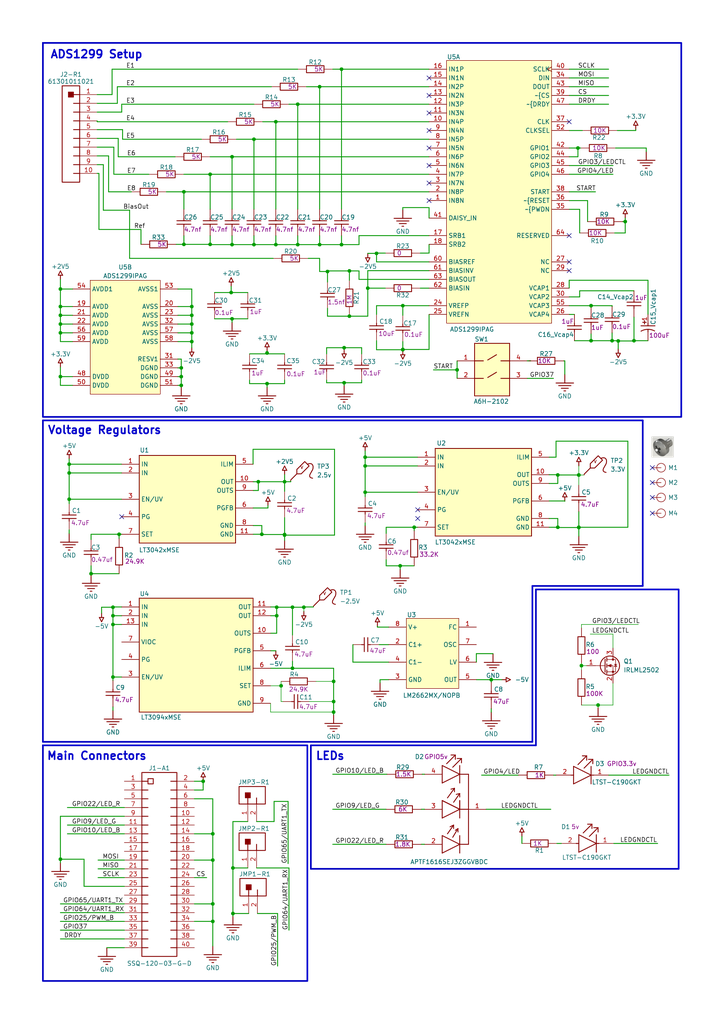
<source format=kicad_sch>
(kicad_sch (version 20250114) (generator "eeschema") (generator_version "9.0")
  (paper "A4" portrait)
  (title_block (title "Portiloop_Schematic") (date "2025-12-09") (rev "2.3") (company "MIST Lab.") (comment 1 "Designed by: S. Ehsan Marjani B."))
  (rectangle (start 12.446 12.446) (end 197.612 120.904) (stroke (width 0.4826)))
  (rectangle (start 12.446 216.154) (end 89.154 284.48) (stroke (width 0.4826)))
  (text "Voltage Regulators" (at 13.716 126.238 0) (effects (font (size 2.286 2.286) (bold yes)) (justify left bottom)))
  (text "ADS1299 Setup" (at 14.478 17.272 0) (effects (font (size 2.286 2.286) (bold yes)) (justify left bottom)))
  (text "LEDs\n" (at 91.44 220.726 0) (effects (font (size 2.286 2.286) (bold yes)) (justify left bottom)))
  (text "Main Connectors" (at 13.462 220.726 0) (effects (font (size 2.286 2.286) (bold yes)) (justify left bottom)))
  (junction (at 77.47 111.252))
  (junction (at 26.416 166.37))
  (junction (at 17.526 249.174))
  (junction (at 61.722 249.428))
  (junction (at 106.68 83.566))
  (junction (at 67.056 84.836))
  (junction (at 77.47 102.362))
  (junction (at 88.138 176.0982))
  (junction (at 161.798 137.7442))
  (junction (at 109.22 73.4822))
  (junction (at 81.534 198.882))
  (junction (at 96.774 197.612))
  (junction (at 17.526 93.98))
  (junction (at 167.64 42.926))
  (junction (at 105.918 132.588))
  (junction (at 52.578 109.22))
  (junction (at 120.142 152.908))
  (junction (at 67.31 92.456))
  (junction (at 82.55 155.194))
  (junction (at 55.626 96.52))
  (junction (at 183.896 98.806))
  (junction (at 82.55 139.7))
  (junction (at 116.84 88.646))
  (junction (at 99.822 110.998))
  (junction (at 17.526 91.44))
  (junction (at 167.894 152.9842))
  (junction (at 84.836 193.802))
  (junction (at 80.01 35.306))
  (junction (at 60.96 50.546))
  (junction (at 181.356 64.262))
  (junction (at 17.526 109.22))
  (junction (at 177.546 98.806))
  (junction (at 86.36 70.9422))
  (junction (at 80.01 70.9422))
  (junction (at 32.766 176.0982))
  (junction (at 86.36 30.226))
  (junction (at 96.774 206.502))
  (junction (at 99.822 100.838))
  (junction (at 67.564 251.714))
  (junction (at 52.578 106.68))
  (junction (at 20.066 137.16))
  (junction (at 20.066 144.78))
  (junction (at 96.774 203.454))
  (junction (at 55.626 93.98))
  (junction (at 168.656 193.04))
  (junction (at 55.626 91.44))
  (junction (at 167.894 137.7442))
  (junction (at 61.722 262.128))
  (junction (at 80.264 176.0982))
  (junction (at 101.346 91.694))
  (junction (at 179.324 98.8822))
  (junction (at 73.66 40.386))
  (junction (at 53.34 70.866))
  (junction (at 52.578 111.76))
  (junction (at 17.526 83.82))
  (junction (at 92.71 25.146))
  (junction (at 116.078 164.084))
  (junction (at 171.45 98.806))
  (junction (at 173.482 204.47))
  (junction (at 61.722 267.208))
  (junction (at 92.71 70.9422))
  (junction (at 167.894 137.7635))
  (junction (at 101.346 78.5622))
  (junction (at 32.766 196.342))
  (junction (at 80.264 178.562))
  (junction (at 67.564 264.922))
  (junction (at 105.918 142.748))
  (junction (at 67.31 45.466))
  (junction (at 116.84 101.4222))
  (junction (at 17.526 96.52))
  (junction (at 67.31 70.9422))
  (junction (at 74.93 139.7))
  (junction (at 73.66 70.9422))
  (junction (at 32.766 178.562))
  (junction (at 75.946 154.94))
  (junction (at 82.55 155.0162))
  (junction (at 58.928 226.568))
  (junction (at 34.544 154.94))
  (junction (at 99.06 20.066))
  (junction (at 32.766 181.102))
  (junction (at 61.722 241.808))
  (junction (at 132.588 107.2642))
  (junction (at 60.96 70.866))
  (junction (at 84.836 176.0982))
  (junction (at 20.066 134.62))
  (junction (at 171.45 88.646))
  (junction (at 105.918 135.128))
  (junction (at 99.06 70.9422))
  (junction (at 55.626 99.06))
  (junction (at 94.996 78.74))
  (junction (at 17.526 88.9))
  (junction (at 116.84 101.346))
  (junction (at 53.34 55.626))
  (junction (at 161.798 152.908))
  (junction (at 167.894 152.908))
  (junction (at 142.494 197.104))
  (junction (at 55.626 88.9))
  (no_connect (at 165.1 35.306))
  (no_connect (at 124.46 48.006))
  (no_connect (at 124.46 22.606))
  (no_connect (at 189.23 135.636))
  (no_connect (at 124.46 37.846))
  (no_connect (at 189.23 144.272))
  (no_connect (at 124.46 32.766))
  (no_connect (at 165.1 78.486))
  (no_connect (at 35.306 149.86))
  (no_connect (at 121.158 147.828))
  (no_connect (at 124.46 27.686))
  (no_connect (at 121.158 150.368))
  (no_connect (at 124.46 58.166))
  (no_connect (at 124.46 53.086))
  (no_connect (at 165.1 68.326))
  (no_connect (at 165.1 75.946))
  (no_connect (at 189.23 148.844))
  (no_connect (at 189.23 139.954))
  (no_connect (at 124.46 42.926))
  (wire (pts (xy 32.512 20.066) (xy 86.36 20.066)) (stroke (width 0.254)))
  (polyline (pts (xy 186.436 121.92) (xy 186.436 169.926)) (stroke (width 0.4826) (type solid)))
  (wire (pts (xy 187.452 42.926) (xy 187.452 43.942)) (stroke (width 0.254)))
  (wire (pts (xy 82.55 111.252) (xy 82.55 110.236)) (stroke (width 0.254)))
  (wire (pts (xy 94.996 78.5622) (xy 101.346 78.5622)) (stroke (width 0.254)))
  (wire (pts (xy 17.526 269.748) (xy 36.068 269.748)) (stroke (width 0.254)))
  (wire (pts (xy 91.694 197.612) (xy 96.774 197.612)))
  (wire (pts (xy 60.96 70.9422) (xy 67.31 70.9422)) (stroke (width 0.254)))
  (wire (pts (xy 67.31 70.9422) (xy 73.66 70.9422)) (stroke (width 0.254)))
  (wire (pts (xy 116.84 88.646) (xy 116.84 91.44)) (stroke (width 0.254)))
  (wire (pts (xy 71.882 251.714) (xy 67.564 251.714)) (stroke (width 0.254)))
  (wire (pts (xy 74.93 139.7) (xy 73.406 139.7)) (stroke (width 0.254)))
  (wire (pts (xy 88.9 25.146) (xy 92.71 25.146)) (stroke (width 0.254)))
  (wire (pts (xy 165.1 55.626) (xy 172.72 55.626)) (stroke (width 0.254)))
  (wire (pts (xy 109.22 73.4822) (xy 109.22 75.946)) (stroke (width 0.254)))
  (wire (pts (xy 94.996 78.74) (xy 94.996 81.788)) (stroke (width 0.254)))
  (wire (pts (xy 34.544 154.94) (xy 35.306 154.94)) (stroke (width 0.254)))
  (wire (pts (xy 74.93 139.7) (xy 82.55 139.7)) (stroke (width 0.254)))
  (wire (pts (xy 77.47 102.616) (xy 77.47 102.362)) (stroke (width 0.254)))
  (wire (pts (xy 116.078 164.084) (xy 120.142 164.084)) (stroke (width 0.254)))
  (wire (pts (xy 35.306 32.512) (xy 35.306 30.226)) (stroke (width 0.254)))
  (wire (pts (xy 142.494 197.104) (xy 142.494 197.866)) (stroke (width 0.254)))
  (wire (pts (xy 121.158 135.128) (xy 105.918 135.128)) (stroke (width 0.254)))
  (wire (pts (xy 17.526 250.19) (xy 17.526 249.174)) (stroke (width 0.254)))
  (wire (pts (xy 73.406 152.4) (xy 75.946 152.4)) (stroke (width 0.254)))
  (wire (pts (xy 170.434 58.166) (xy 165.1 58.166)) (stroke (width 0.254)))
  (wire (pts (xy 121.92 83.566) (xy 124.46 83.566)) (stroke (width 0.254)))
  (wire (pts (xy 31.496 55.626) (xy 38.1 55.626)) (stroke (width 0.254)))
  (wire (pts (xy 177.546 96.52) (xy 177.546 98.806)) (stroke (width 0.254)))
  (wire (pts (xy 171.196 183.896) (xy 177.8 183.896)))
  (wire (pts (xy 170.434 64.262) (xy 170.434 58.166)) (stroke (width 0.254)))
  (wire (pts (xy 35.56 40.386) (xy 58.42 40.386)) (stroke (width 0.254)))
  (wire (pts (xy 17.526 262.128) (xy 36.068 262.128)) (stroke (width 0.254)))
  (wire (pts (xy 159.258 132.588) (xy 161.29 132.588)) (stroke (width 0.254)))
  (wire (pts (xy 48.26 55.626) (xy 53.34 55.626)) (stroke (width 0.254)))
  (wire (pts (xy 51.562 88.9) (xy 55.626 88.9)) (stroke (width 0.254)))
  (wire (pts (xy 51.562 109.22) (xy 52.578 109.22)) (stroke (width 0.254)))
  (wire (pts (xy 161.798 137.668) (xy 161.798 137.7442)) (stroke (width 0.254)))
  (wire (pts (xy 159.258 140.208) (xy 161.798 140.208)) (stroke (width 0.254)))
  (wire (pts (xy 102.362 186.944) (xy 102.362 192.024)) (stroke (width 0.254)))
  (wire (pts (xy 34.036 29.972) (xy 34.036 25.146)) (stroke (width 0.254)))
  (wire (pts (xy 21.082 91.44) (xy 17.526 91.44)) (stroke (width 0.254)))
  (wire (pts (xy 53.34 50.546) (xy 60.96 50.546)) (stroke (width 0.254)))
  (wire (pts (xy 32.766 176.022) (xy 32.766 176.0982)) (stroke (width 0.254)))
  (wire (pts (xy 35.56 37.592) (xy 28.194 37.592)) (stroke (width 0.254)))
  (wire (pts (xy 21.082 93.98) (xy 17.526 93.98)) (stroke (width 0.254)))
  (wire (pts (xy 32.766 178.562) (xy 32.766 181.102)) (stroke (width 0.254)))
  (wire (pts (xy 153.924 104.654) (xy 153.3437 104.654)) (stroke (width 0.254)))
  (wire (pts (xy 187.96 98.806) (xy 183.896 98.806)) (stroke (width 0.254)))
  (wire (pts (xy 167.894 152.908) (xy 167.894 152.9842)) (stroke (width 0.254)))
  (wire (pts (xy 116.84 99.06) (xy 116.84 101.346)) (stroke (width 0.254)))
  (wire (pts (xy 81.534 198.882) (xy 81.534 197.612)))
  (wire (pts (xy 84.836 191.77) (xy 84.836 193.802)) (stroke (width 0.254)))
  (wire (pts (xy 52.578 109.22) (xy 52.578 111.76)) (stroke (width 0.254)))
  (wire (pts (xy 34.29 40.132) (xy 34.29 45.466)) (stroke (width 0.254)))
  (wire (pts (xy 104.14 78.5622) (xy 104.14 81.026)) (stroke (width 0.254)))
  (wire (pts (xy 112.014 162.306) (xy 112.014 164.084)) (stroke (width 0.254)))
  (wire (pts (xy 33.02 50.546) (xy 43.18 50.546)) (stroke (width 0.254)))
  (wire (pts (xy 73.406 154.94) (xy 75.946 154.94)) (stroke (width 0.254)))
  (wire (pts (xy 140.97 234.696) (xy 159.766 234.696)) (stroke (width 0.254)))
  (wire (pts (xy 79.502 232.41) (xy 79.502 238.252)) (stroke (width 0.254)))
  (polyline (pts (xy 154.432 215.138) (xy 12.446 215.138)) (stroke (width 0.4826) (type solid)))
  (wire (pts (xy 28.702 50.292) (xy 28.702 66.548)) (stroke (width 0.254)))
  (wire (pts (xy 80.01 68.326) (xy 80.01 70.9422)) (stroke (width 0.254)))
  (wire (pts (xy 109.22 101.4222) (xy 116.84 101.4222)) (stroke (width 0.254)))
  (wire (pts (xy 21.082 111.76) (xy 17.526 111.76)) (stroke (width 0.254)))
  (wire (pts (xy 80.518 264.922) (xy 80.518 280.162)) (stroke (width 0.254)))
  (wire (pts (xy 75.946 155.0162) (xy 82.55 155.0162)) (stroke (width 0.254)))
  (wire (pts (xy 52.578 104.14) (xy 52.578 106.68)) (stroke (width 0.254)))
  (wire (pts (xy 161.544 244.602) (xy 162.814 244.602)) (stroke (width 0.254)))
  (wire (pts (xy 167.894 148.336) (xy 167.894 152.908)) (stroke (width 0.254)))
  (wire (pts (xy 165.1 22.606) (xy 176.53 22.606)) (stroke (width 0.254)))
  (wire (pts (xy 112.014 152.908) (xy 112.014 154.686)) (stroke (width 0.254)))
  (wire (pts (xy 161.798 150.368) (xy 161.798 152.908)) (stroke (width 0.254)))
  (wire (pts (xy 28.194 42.672) (xy 33.02 42.672)) (stroke (width 0.254)))
  (wire (pts (xy 176.53 30.226) (xy 165.1 30.226)) (stroke (width 0.254)))
  (wire (pts (xy 96.774 193.802) (xy 96.774 197.612)) (stroke (width 0.254)))
  (wire (pts (xy 35.306 137.16) (xy 20.066 137.16)) (stroke (width 0.254)))
  (polyline (pts (xy 186.436 169.926) (xy 154.432 169.926)) (stroke (width 0.4826) (type solid)))
  (wire (pts (xy 101.346 91.694) (xy 106.68 91.694)) (stroke (width 0.254)))
  (wire (pts (xy 78.486 203.962) (xy 78.486 206.502)))
  (wire (pts (xy 32.512 27.432) (xy 28.194 27.432)) (stroke (width 0.254)))
  (wire (pts (xy 105.918 151.638) (xy 105.918 152.4)) (stroke (width 0.254)))
  (wire (pts (xy 60.96 50.546) (xy 60.96 60.706)) (stroke (width 0.254)))
  (wire (pts (xy 19.558 234.188) (xy 36.068 234.188)) (stroke (width 0.254)))
  (wire (pts (xy 89.408 74.93) (xy 92.71 74.93)) (stroke (width 0.254)))
  (wire (pts (xy 26.416 154.94) (xy 26.416 156.464)) (stroke (width 0.254)))
  (wire (pts (xy 51.562 99.06) (xy 55.626 99.06)) (stroke (width 0.254)))
  (polyline (pts (xy 196.85 170.942) (xy 155.448 170.942)) (stroke (width 0.4826) (type solid)))
  (wire (pts (xy 17.526 81.1022) (xy 17.526 83.82)) (stroke (width 0.254)))
  (wire (pts (xy 67.31 68.326) (xy 67.31 70.9422)) (stroke (width 0.254)))
  (wire (pts (xy 24.384 249.174) (xy 24.384 257.048)) (stroke (width 0.254)))
  (wire (pts (xy 178.562 42.926) (xy 187.452 42.926)) (stroke (width 0.254)))
  (wire (pts (xy 81.534 203.454) (xy 81.534 198.882)))
  (wire (pts (xy 96.52 224.536) (xy 112.268 224.536)) (stroke (width 0.254)))
  (wire (pts (xy 52.578 106.68) (xy 52.578 109.22)) (stroke (width 0.254)))
  (wire (pts (xy 168.148 60.706) (xy 165.1 60.706)) (stroke (width 0.254)))
  (wire (pts (xy 168.656 204.47) (xy 173.482 204.47)))
  (wire (pts (xy 99.06 70.9422) (xy 104.14 70.9422)) (stroke (width 0.254)))
  (wire (pts (xy 105.918 142.748) (xy 105.918 144.018)) (stroke (width 0.254)))
  (wire (pts (xy 161.798 137.7442) (xy 167.894 137.7442)) (stroke (width 0.254)))
  (wire (pts (xy 84.836 193.802) (xy 78.486 193.802)) (stroke (width 0.254)))
  (wire (pts (xy 116.84 101.4222) (xy 116.84 101.6)) (stroke (width 0.254)))
  (wire (pts (xy 92.71 74.93) (xy 92.71 78.74)) (stroke (width 0.254)))
  (wire (pts (xy 122.174 234.696) (xy 123.19 234.696)) (stroke (width 0.254)))
  (wire (pts (xy 55.626 99.06) (xy 55.626 100.838)) (stroke (width 0.254)))
  (wire (pts (xy 80.264 176.0982) (xy 84.836 176.0982)) (stroke (width 0.254)))
  (wire (pts (xy 53.34 70.866) (xy 51.054 70.866)) (stroke (width 0.254)))
  (wire (pts (xy 67.31 45.466) (xy 124.46 45.466)) (stroke (width 0.254)))
  (wire (pts (xy 67.564 251.714) (xy 67.564 264.922)) (stroke (width 0.254)))
  (wire (pts (xy 28.702 66.548) (xy 40.894 66.548)) (stroke (width 0.254)))
  (wire (pts (xy 94.742 100.838) (xy 94.742 102.616)) (stroke (width 0.254)))
  (wire (pts (xy 109.474 181.61) (xy 109.474 181.864)) (stroke (width 0.254)))
  (wire (pts (xy 168.656 182.118) (xy 168.656 181.102)))
  (wire (pts (xy 183.896 91.948) (xy 183.896 98.806)) (stroke (width 0.254)))
  (wire (pts (xy 80.264 178.562) (xy 80.264 183.642)) (stroke (width 0.254)))
  (wire (pts (xy 142.494 205.486) (xy 142.494 206.502)) (stroke (width 0.254)))
  (wire (pts (xy 177.546 98.806) (xy 179.324 98.806)) (stroke (width 0.254)))
  (wire (pts (xy 40.894 70.866) (xy 40.894 66.548)) (stroke (width 0.254)))
  (wire (pts (xy 99.822 110.998) (xy 104.902 110.998)) (stroke (width 0.254)))
  (wire (pts (xy 106.68 73.4822) (xy 109.22 73.4822)) (stroke (width 0.254)))
  (wire (pts (xy 17.526 83.82) (xy 21.082 83.82)) (stroke (width 0.254)))
  (wire (pts (xy 121.158 152.908) (xy 120.142 152.908)) (stroke (width 0.254)))
  (wire (pts (xy 171.45 89.154) (xy 171.45 88.646)) (stroke (width 0.254)))
  (wire (pts (xy 67.564 264.922) (xy 67.564 265.684)) (stroke (width 0.254)))
  (wire (pts (xy 165.1 88.646) (xy 171.45 88.646)) (stroke (width 0.254)))
  (wire (pts (xy 56.388 241.808) (xy 61.722 241.808)) (stroke (width 0.254)))
  (wire (pts (xy 32.766 181.102) (xy 32.766 196.342)) (stroke (width 0.254)))
  (wire (pts (xy 167.64 42.926) (xy 167.64 45.466)) (stroke (width 0.254)))
  (wire (pts (xy 31.496 45.212) (xy 31.496 55.626)) (stroke (width 0.254)))
  (wire (pts (xy 72.136 264.922) (xy 67.564 264.922)) (stroke (width 0.254)))
  (wire (pts (xy 21.082 99.06) (xy 17.526 99.06)) (stroke (width 0.254)))
  (wire (pts (xy 88.138 176.022) (xy 88.138 176.0982)) (stroke (width 0.254)))
  (wire (pts (xy 165.1 50.546) (xy 177.8 50.546)) (stroke (width 0.254)))
  (wire (pts (xy 80.518 264.922) (xy 74.676 264.922)) (stroke (width 0.254)))
  (polyline (pts (xy 12.446 121.92) (xy 186.436 121.92)) (stroke (width 0.4826) (type solid)))
  (wire (pts (xy 106.68 83.566) (xy 106.68 91.694)) (stroke (width 0.254)))
  (wire (pts (xy 176.53 224.79) (xy 194.056 224.79)) (stroke (width 0.254)))
  (wire (pts (xy 20.066 133.096) (xy 20.066 134.62)) (stroke (width 0.254)))
  (wire (pts (xy 159.258 150.368) (xy 161.798 150.368)) (stroke (width 0.254)))
  (wire (pts (xy 51.562 111.76) (xy 52.578 111.76)) (stroke (width 0.254)))
  (wire (pts (xy 24.384 249.174) (xy 17.526 249.174)) (stroke (width 0.254)))
  (wire (pts (xy 171.45 88.646) (xy 177.546 88.646)) (stroke (width 0.254)))
  (wire (pts (xy 62.23 92.456) (xy 67.31 92.456)) (stroke (width 0.254)))
  (wire (pts (xy 29.972 47.752) (xy 29.972 60.96)) (stroke (width 0.254)))
  (wire (pts (xy 109.22 98.806) (xy 109.22 101.4222)) (stroke (width 0.254)))
  (wire (pts (xy 32.766 176.0982) (xy 29.464 176.0982)) (stroke (width 0.254)))
  (wire (pts (xy 53.34 55.626) (xy 53.34 60.706)) (stroke (width 0.254)))
  (wire (pts (xy 79.248 74.93) (xy 37.592 74.93)) (stroke (width 0.254)))
  (wire (pts (xy 60.96 70.866) (xy 60.96 70.9422)) (stroke (width 0.254)))
  (wire (pts (xy 73.66 40.386) (xy 124.46 40.386)) (stroke (width 0.254)))
  (wire (pts (xy 55.626 93.98) (xy 55.626 96.52)) (stroke (width 0.254)))
  (wire (pts (xy 20.066 153.67) (xy 20.066 154.686)) (stroke (width 0.254)))
  (wire (pts (xy 105.918 135.128) (xy 105.918 142.748)) (stroke (width 0.254)))
  (wire (pts (xy 88.138 176.022) (xy 90.932 176.022)) (stroke (width 0.254)))
  (wire (pts (xy 28.702 50.292) (xy 28.194 50.292)) (stroke (width 0.254)))
  (wire (pts (xy 80.01 70.9422) (xy 73.66 70.9422)) (stroke (width 0.254)))
  (wire (pts (xy 159.258 137.668) (xy 161.798 137.668)) (stroke (width 0.254)))
  (wire (pts (xy 56.388 229.108) (xy 58.928 229.108)) (stroke (width 0.254)))
  (wire (pts (xy 67.31 45.466) (xy 67.31 60.706)) (stroke (width 0.254)))
  (wire (pts (xy 165.1 81.28) (xy 187.96 81.28)) (stroke (width 0.254)))
  (polyline (pts (xy 155.448 216.154) (xy 90.17 216.154)) (stroke (width 0.4826) (type solid)))
  (wire (pts (xy 72.39 102.616) (xy 77.47 102.616)) (stroke (width 0.254)))
  (wire (pts (xy 29.464 176.0982) (xy 29.464 177.8)) (stroke (width 0.254)))
  (wire (pts (xy 167.894 137.7442) (xy 167.894 137.7635)))
  (wire (pts (xy 92.71 25.146) (xy 124.46 25.146)) (stroke (width 0.254)))
  (wire (pts (xy 89.662 203.454) (xy 96.774 203.454)))
  (wire (pts (xy 177.546 88.9) (xy 177.546 88.646)) (stroke (width 0.254)))
  (wire (pts (xy 124.46 60.198) (xy 124.46 63.246)) (stroke (width 0.254)))
  (wire (pts (xy 105.918 130.81) (xy 105.918 132.588)) (stroke (width 0.254)))
  (wire (pts (xy 73.406 130.302) (xy 97.028 130.302)) (stroke (width 0.254)))
  (wire (pts (xy 17.526 236.728) (xy 36.068 236.728)) (stroke (width 0.254)))
  (wire (pts (xy 35.306 178.562) (xy 32.766 178.562)) (stroke (width 0.254)))
  (wire (pts (xy 173.482 204.47) (xy 177.8 204.47)))
  (wire (pts (xy 105.918 132.588) (xy 121.158 132.588)) (stroke (width 0.254)))
  (wire (pts (xy 55.626 88.9) (xy 55.626 91.44)) (stroke (width 0.254)))
  (wire (pts (xy 78.486 183.642) (xy 80.264 183.642)) (stroke (width 0.254)))
  (wire (pts (xy 35.306 144.78) (xy 20.066 144.78)) (stroke (width 0.254)))
  (wire (pts (xy 109.22 88.646) (xy 109.22 91.186)) (stroke (width 0.254)))
  (wire (pts (xy 29.972 60.96) (xy 37.592 60.96)) (stroke (width 0.254)))
  (wire (pts (xy 37.592 74.93) (xy 37.592 60.96)) (stroke (width 0.254)))
  (wire (pts (xy 79.502 232.41) (xy 83.566 232.41)) (stroke (width 0.254)))
  (wire (pts (xy 80.01 35.306) (xy 80.01 60.706)) (stroke (width 0.254)))
  (wire (pts (xy 51.562 93.98) (xy 55.626 93.98)) (stroke (width 0.254)))
  (wire (pts (xy 60.96 45.466) (xy 67.31 45.466)) (stroke (width 0.254)))
  (wire (pts (xy 35.56 40.386) (xy 35.56 37.592)) (stroke (width 0.254)))
  (wire (pts (xy 78.486 176.022) (xy 80.264 176.022)) (stroke (width 0.254)))
  (wire (pts (xy 86.36 30.226) (xy 124.46 30.226)) (stroke (width 0.254)))
  (wire (pts (xy 36.068 274.828) (xy 30.988 274.828)) (stroke (width 0.254)))
  (wire (pts (xy 161.798 152.9842) (xy 167.894 152.9842)) (stroke (width 0.254)))
  (wire (pts (xy 82.55 102.616) (xy 77.724 102.616)) (stroke (width 0.254)))
  (wire (pts (xy 167.894 137.7635) (xy 167.894 140.716)))
  (wire (pts (xy 102.362 192.024) (xy 112.776 192.024)) (stroke (width 0.254)))
  (wire (pts (xy 124.46 78.486) (xy 106.68 78.486)) (stroke (width 0.254)))
  (wire (pts (xy 80.01 70.9422) (xy 86.36 70.9422)) (stroke (width 0.254)))
  (wire (pts (xy 104.902 110.998) (xy 104.902 110.236)) (stroke (width 0.254)))
  (polyline (pts (xy 12.446 121.92) (xy 12.954 121.92)))
  (wire (pts (xy 116.84 60.198) (xy 116.84 60.7822)) (stroke (width 0.254)))
  (wire (pts (xy 86.36 30.226) (xy 86.36 60.706)) (stroke (width 0.254)))
  (wire (pts (xy 167.894 135.128) (xy 167.894 137.7442)))
  (wire (pts (xy 78.486 198.882) (xy 81.534 198.882)))
  (wire (pts (xy 94.996 78.74) (xy 94.996 78.5622)) (stroke (width 0.254)))
  (wire (pts (xy 92.71 70.9422) (xy 86.36 70.9422)) (stroke (width 0.254)))
  (wire (pts (xy 160.528 224.79) (xy 161.29 224.79)) (stroke (width 0.254)))
  (wire (pts (xy 124.46 88.646) (xy 116.84 88.646)) (stroke (width 0.254)))
  (wire (pts (xy 101.346 78.5622) (xy 104.14 78.5622)) (stroke (width 0.254)))
  (wire (pts (xy 96.774 197.612) (xy 96.774 203.454)) (stroke (width 0.254)))
  (wire (pts (xy 124.46 101.346) (xy 124.46 91.186)) (stroke (width 0.254)))
  (wire (pts (xy 53.34 55.626) (xy 124.46 55.626)) (stroke (width 0.254)))
  (wire (pts (xy 165.1 45.466) (xy 167.64 45.466)) (stroke (width 0.254)))
  (wire (pts (xy 20.066 134.62) (xy 20.066 137.16)) (stroke (width 0.254)))
  (wire (pts (xy 58.928 226.568) (xy 56.388 226.568)) (stroke (width 0.254)))
  (wire (pts (xy 28.194 45.212) (xy 31.496 45.212)) (stroke (width 0.254)))
  (wire (pts (xy 52.578 111.76) (xy 52.578 112.268)) (stroke (width 0.254)))
  (wire (pts (xy 99.06 20.066) (xy 99.06 60.706)) (stroke (width 0.254)))
  (wire (pts (xy 92.71 25.146) (xy 92.71 60.706)) (stroke (width 0.254)))
  (wire (pts (xy 167.894 137.7635) (xy 169.4468 137.7635)))
  (wire (pts (xy 165.1 25.146) (xy 176.53 25.146)) (stroke (width 0.254)))
  (wire (pts (xy 165.1 37.846) (xy 168.91 37.846)) (stroke (width 0.254)))
  (wire (pts (xy 55.626 83.82) (xy 55.626 88.9)) (stroke (width 0.254)))
  (wire (pts (xy 187.96 81.28) (xy 187.96 91.186)) (stroke (width 0.254)))
  (wire (pts (xy 84.836 176.0982) (xy 88.138 176.0982)) (stroke (width 0.254)))
  (wire (pts (xy 28.194 32.512) (xy 35.306 32.512)) (stroke (width 0.254)))
  (wire (pts (xy 159.258 152.908) (xy 161.798 152.908)) (stroke (width 0.254)))
  (wire (pts (xy 109.22 73.406) (xy 109.22 73.4822)) (stroke (width 0.254)))
  (wire (pts (xy 61.722 249.428) (xy 61.722 262.128)) (stroke (width 0.254)))
  (wire (pts (xy 67.564 238.252) (xy 67.564 251.714)) (stroke (width 0.254)))
  (wire (pts (xy 17.526 249.174) (xy 17.526 236.728)) (stroke (width 0.254)))
  (wire (pts (xy 20.066 137.16) (xy 20.066 144.78)) (stroke (width 0.254)))
  (wire (pts (xy 109.22 73.406) (xy 111.76 73.406)) (stroke (width 0.254)))
  (wire (pts (xy 26.416 166.37) (xy 34.544 166.37)) (stroke (width 0.254)))
  (wire (pts (xy 178.054 244.602) (xy 190.754 244.602)) (stroke (width 0.254)))
  (wire (pts (xy 83.82 30.226) (xy 86.36 30.226)) (stroke (width 0.254)))
  (wire (pts (xy 165.1 20.066) (xy 176.53 20.066)) (stroke (width 0.254)))
  (wire (pts (xy 82.55 139.7) (xy 82.55 142.494)) (stroke (width 0.254)))
  (wire (pts (xy 171.45 98.806) (xy 177.546 98.806)) (stroke (width 0.254)))
  (wire (pts (xy 132.588 104.648) (xy 132.588 107.2642)) (stroke (width 0.254)))
  (wire (pts (xy 73.66 40.386) (xy 73.66 60.706)) (stroke (width 0.254)))
  (wire (pts (xy 161.29 127.9398) (xy 182.118 127.9398)) (stroke (width 0.254)))
  (wire (pts (xy 104.14 81.026) (xy 124.46 81.026)) (stroke (width 0.254)))
  (wire (pts (xy 77.724 102.616) (xy 77.724 102.362)) (stroke (width 0.254)))
  (wire (pts (xy 176.53 27.686) (xy 165.1 27.686)) (stroke (width 0.254)))
  (wire (pts (xy 82.55 155.194) (xy 82.55 156.718)) (stroke (width 0.254)))
  (wire (pts (xy 165.1 48.006) (xy 177.8 48.006)) (stroke (width 0.254)))
  (wire (pts (xy 99.06 19.812) (xy 99.06 20.066)) (stroke (width 0.254)))
  (wire (pts (xy 106.68 83.566) (xy 111.76 83.566)) (stroke (width 0.254)))
  (wire (pts (xy 28.448 254.508) (xy 36.068 254.508)) (stroke (width 0.254)))
  (wire (pts (xy 104.14 70.9422) (xy 104.14 68.326)) (stroke (width 0.254)))
  (wire (pts (xy 82.55 150.114) (xy 82.55 155.0162)) (stroke (width 0.254)))
  (wire (pts (xy 28.194 29.972) (xy 34.036 29.972)) (stroke (width 0.254)))
  (wire (pts (xy 34.036 25.146) (xy 78.74 25.146)) (stroke (width 0.254)))
  (wire (pts (xy 61.722 231.648) (xy 61.722 241.808)) (stroke (width 0.254)))
  (wire (pts (xy 99.822 100.838) (xy 104.902 100.838)) (stroke (width 0.254)))
  (wire (pts (xy 61.722 267.208) (xy 61.722 262.128)) (stroke (width 0.254)))
  (wire (pts (xy 32.512 20.066) (xy 32.512 27.432)) (stroke (width 0.254)))
  (wire (pts (xy 165.1 86.106) (xy 168.148 86.106)) (stroke (width 0.254)))
  (wire (pts (xy 35.306 176.022) (xy 32.766 176.022)) (stroke (width 0.254)))
  (wire (pts (xy 74.422 251.714) (xy 83.82 251.714)) (stroke (width 0.254)))
  (wire (pts (xy 116.84 60.198) (xy 124.46 60.198)) (stroke (width 0.254)))
  (wire (pts (xy 161.798 140.208) (xy 161.798 137.7442)) (stroke (width 0.254)))
  (wire (pts (xy 94.996 91.694) (xy 94.996 89.408)) (stroke (width 0.254)))
  (wire (pts (xy 165.1 91.186) (xy 166.624 91.186)) (stroke (width 0.254)))
  (wire (pts (xy 168.656 194.31) (xy 168.656 193.04)))
  (wire (pts (xy 177.8 187.96) (xy 177.8 183.896)))
  (wire (pts (xy 168.148 67.564) (xy 168.148 60.706)) (stroke (width 0.254)))
  (wire (pts (xy 67.564 238.252) (xy 71.882 238.252)) (stroke (width 0.254)))
  (wire (pts (xy 51.562 91.44) (xy 55.626 91.44)) (stroke (width 0.254)))
  (wire (pts (xy 112.014 164.084) (xy 116.078 164.084)) (stroke (width 0.254)))
  (wire (pts (xy 73.406 147.32) (xy 77.724 147.32)) (stroke (width 0.254)))
  (wire (pts (xy 183.896 98.806) (xy 183.896 98.8822)) (stroke (width 0.254)))
  (wire (pts (xy 83.82 269.748) (xy 83.82 251.714)) (stroke (width 0.254)))
  (wire (pts (xy 122.428 224.536) (xy 123.19 224.536)) (stroke (width 0.254)))
  (wire (pts (xy 116.84 88.646) (xy 109.22 88.646)) (stroke (width 0.254)))
  (wire (pts (xy 24.384 257.048) (xy 36.068 257.048)) (stroke (width 0.254)))
  (wire (pts (xy 77.47 102.362) (xy 77.47 101.854)) (stroke (width 0.254)))
  (wire (pts (xy 106.68 78.486) (xy 106.68 83.566)) (stroke (width 0.254)))
  (wire (pts (xy 67.056 83.058) (xy 67.056 84.836)) (stroke (width 0.254)))
  (wire (pts (xy 92.71 70.9422) (xy 99.06 70.9422)) (stroke (width 0.254)))
  (wire (pts (xy 153.924 104.654) (xy 153.924 104.648)) (stroke (width 0.254)))
  (wire (pts (xy 17.526 83.82) (xy 17.526 88.9)) (stroke (width 0.254)))
  (wire (pts (xy 181.356 64.262) (xy 181.356 67.564)) (stroke (width 0.254)))
  (wire (pts (xy 94.742 100.838) (xy 99.822 100.838)) (stroke (width 0.254)))
  (wire (pts (xy 138.176 189.5602) (xy 143.002 189.5602)) (stroke (width 0.254)))
  (wire (pts (xy 83.566 250.444) (xy 83.566 232.41)) (stroke (width 0.254)))
  (wire (pts (xy 19.558 241.808) (xy 36.068 241.808)) (stroke (width 0.254)))
  (wire (pts (xy 168.656 192.278) (xy 168.656 193.04)))
  (wire (pts (xy 35.306 196.342) (xy 32.766 196.342)) (stroke (width 0.254)))
  (wire (pts (xy 84.836 184.15) (xy 84.836 176.0982)) (stroke (width 0.254)))
  (wire (pts (xy 101.346 91.44) (xy 101.346 91.694)) (stroke (width 0.254)))
  (wire (pts (xy 82.55 137.668) (xy 82.55 139.7)) (stroke (width 0.254)))
  (wire (pts (xy 181.356 67.564) (xy 178.308 67.564)) (stroke (width 0.254)))
  (wire (pts (xy 179.324 98.806) (xy 179.324 98.8822)) (stroke (width 0.254)))
  (wire (pts (xy 79.502 238.252) (xy 74.422 238.252)) (stroke (width 0.254)))
  (wire (pts (xy 28.448 251.968) (xy 36.068 251.968)) (stroke (width 0.254)))
  (wire (pts (xy 94.996 91.694) (xy 101.346 91.694)) (stroke (width 0.254)))
  (wire (pts (xy 32.766 196.342) (xy 32.766 197.358)) (stroke (width 0.254)))
  (wire (pts (xy 17.526 93.98) (xy 17.526 96.52)) (stroke (width 0.254)))
  (wire (pts (xy 104.902 100.838) (xy 104.902 102.616)) (stroke (width 0.254)))
  (wire (pts (xy 20.066 134.62) (xy 35.306 134.62)) (stroke (width 0.254)))
  (wire (pts (xy 165.1 42.926) (xy 167.64 42.926)) (stroke (width 0.254)))
  (wire (pts (xy 159.258 145.288) (xy 163.83 145.288)) (stroke (width 0.254)))
  (wire (pts (xy 62.23 84.836) (xy 67.056 84.836)) (stroke (width 0.254)))
  (wire (pts (xy 53.34 68.326) (xy 53.34 70.866)) (stroke (width 0.254)))
  (polyline (pts (xy 154.432 169.926) (xy 154.432 215.138)) (stroke (width 0.4826) (type solid)))
  (wire (pts (xy 94.742 110.998) (xy 99.822 110.998)) (stroke (width 0.254)))
  (wire (pts (xy 17.526 267.208) (xy 36.068 267.208)) (stroke (width 0.254)))
  (wire (pts (xy 116.84 101.346) (xy 116.84 101.4222)) (stroke (width 0.254)))
  (wire (pts (xy 73.406 130.302) (xy 73.406 134.62)) (stroke (width 0.254)))
  (wire (pts (xy 17.526 106.5022) (xy 17.526 109.22)) (stroke (width 0.254)))
  (polyline (pts (xy 196.85 251.968) (xy 196.85 170.942)) (stroke (width 0.4826) (type solid)))
  (wire (pts (xy 75.946 152.4) (xy 75.946 154.94)) (stroke (width 0.254)))
  (wire (pts (xy 72.39 111.252) (xy 77.47 111.252)) (stroke (width 0.254)))
  (wire (pts (xy 142.494 197.104) (xy 145.542 197.104)) (stroke (width 0.254)))
  (wire (pts (xy 32.766 178.562) (xy 32.766 176.0982)) (stroke (width 0.254)))
  (wire (pts (xy 56.388 254.508) (xy 59.944 254.508)) (stroke (width 0.254)))
  (polyline (pts (xy 155.448 170.942) (xy 155.448 216.154)) (stroke (width 0.4826) (type solid)))
  (wire (pts (xy 168.656 181.102) (xy 185.166 181.102)))
  (wire (pts (xy 132.588 107.2642) (xy 125.73 107.2642)) (stroke (width 0.254)))
  (wire (pts (xy 60.96 68.326) (xy 60.96 70.866)) (stroke (width 0.254)))
  (wire (pts (xy 122.174 244.856) (xy 123.19 244.856)) (stroke (width 0.254)))
  (wire (pts (xy 74.93 139.7) (xy 74.93 142.24)) (stroke (width 0.254)))
  (wire (pts (xy 58.928 229.108) (xy 58.928 226.568)) (stroke (width 0.254)))
  (wire (pts (xy 68.58 40.386) (xy 73.66 40.386)) (stroke (width 0.254)))
  (wire (pts (xy 84.328 139.7) (xy 84.328 139.446)) (stroke (width 0.254)))
  (wire (pts (xy 86.36 68.326) (xy 86.36 70.9422)) (stroke (width 0.254)))
  (wire (pts (xy 82.042 203.454) (xy 81.534 203.454)))
  (wire (pts (xy 96.52 20.066) (xy 99.06 20.066)) (stroke (width 0.254)))
  (wire (pts (xy 17.526 111.76) (xy 17.526 109.22)) (stroke (width 0.254)))
  (wire (pts (xy 88.138 176.0982) (xy 88.138 177.292)))
  (wire (pts (xy 184.404 37.846) (xy 179.07 37.846)) (stroke (width 0.254)))
  (wire (pts (xy 96.52 234.696) (xy 112.014 234.696)) (stroke (width 0.254)))
  (wire (pts (xy 112.014 152.908) (xy 120.142 152.908)) (stroke (width 0.254)))
  (polyline (pts (xy 12.446 215.138) (xy 12.446 121.92)) (stroke (width 0.4826) (type solid)))
  (wire (pts (xy 73.406 142.24) (xy 74.93 142.24)) (stroke (width 0.254)))
  (wire (pts (xy 82.55 139.7) (xy 84.328 139.7)) (stroke (width 0.254)))
  (wire (pts (xy 34.29 45.466) (xy 50.8 45.466)) (stroke (width 0.254)))
  (wire (pts (xy 51.562 96.52) (xy 55.626 96.52)) (stroke (width 0.254)))
  (polyline (pts (xy 90.17 251.968) (xy 196.85 251.968)) (stroke (width 0.4826) (type solid)))
  (wire (pts (xy 56.388 262.128) (xy 61.722 262.128)) (stroke (width 0.254)))
  (wire (pts (xy 99.822 100.838) (xy 99.822 101.346)) (stroke (width 0.254)))
  (wire (pts (xy 78.486 206.502) (xy 96.774 206.502)))
  (wire (pts (xy 56.388 267.208) (xy 61.722 267.208)) (stroke (width 0.254)))
  (wire (pts (xy 77.724 102.362) (xy 77.47 102.362)) (stroke (width 0.254)))
  (wire (pts (xy 161.29 132.588) (xy 161.29 127.9398)) (stroke (width 0.254)))
  (wire (pts (xy 26.416 164.084) (xy 26.416 166.37)) (stroke (width 0.254)))
  (wire (pts (xy 168.148 86.106) (xy 168.148 84.328)) (stroke (width 0.254)))
  (wire (pts (xy 73.66 68.326) (xy 73.66 70.9422)) (stroke (width 0.254)))
  (wire (pts (xy 182.118 127.9398) (xy 182.118 152.908)) (stroke (width 0.254)))
  (wire (pts (xy 56.388 231.648) (xy 61.722 231.648)) (stroke (width 0.254)))
  (wire (pts (xy 28.194 35.306) (xy 66.04 35.306)) (stroke (width 0.254)))
  (wire (pts (xy 166.624 98.806) (xy 171.45 98.806)) (stroke (width 0.254)))
  (wire (pts (xy 96.52 244.856) (xy 112.014 244.856)) (stroke (width 0.254)))
  (wire (pts (xy 17.526 88.9) (xy 17.526 91.44)) (stroke (width 0.254)))
  (wire (pts (xy 80.264 176.022) (xy 80.264 176.0982)) (stroke (width 0.254)))
  (wire (pts (xy 121.158 142.748) (xy 105.918 142.748)) (stroke (width 0.254)))
  (wire (pts (xy 35.306 30.226) (xy 73.66 30.226)) (stroke (width 0.254)))
  (wire (pts (xy 101.346 78.5622) (xy 101.346 81.28)) (stroke (width 0.254)))
  (wire (pts (xy 96.774 193.802) (xy 84.836 193.802)) (stroke (width 0.254)))
  (wire (pts (xy 104.14 68.326) (xy 124.46 68.326)) (stroke (width 0.254)))
  (wire (pts (xy 78.486 178.562) (xy 80.264 178.562)) (stroke (width 0.254)))
  (wire (pts (xy 21.082 88.9) (xy 17.526 88.9)) (stroke (width 0.254)))
  (wire (pts (xy 80.01 35.306) (xy 124.46 35.306)) (stroke (width 0.254)))
  (wire (pts (xy 26.416 166.37) (xy 26.416 166.624)) (stroke (width 0.254)))
  (wire (pts (xy 151.384 242.57) (xy 151.384 244.602)) (stroke (width 0.254)))
  (wire (pts (xy 110.236 197.104) (xy 112.776 197.104)) (stroke (width 0.254)))
  (wire (pts (xy 60.96 50.546) (xy 124.46 50.546)) (stroke (width 0.254)))
  (wire (pts (xy 28.194 40.132) (xy 34.29 40.132)) (stroke (width 0.254)))
  (wire (pts (xy 167.894 152.908) (xy 182.118 152.908)) (stroke (width 0.254)))
  (wire (pts (xy 99.06 68.326) (xy 99.06 70.9422)) (stroke (width 0.254)))
  (wire (pts (xy 80.264 176.0982) (xy 80.264 178.562)) (stroke (width 0.254)))
  (wire (pts (xy 17.526 272.288) (xy 36.068 272.288)) (stroke (width 0.254)))
  (wire (pts (xy 165.1 81.28) (xy 165.1 83.566)) (stroke (width 0.254)))
  (wire (pts (xy 124.46 73.406) (xy 121.92 73.406)) (stroke (width 0.254)))
  (wire (pts (xy 61.722 267.208) (xy 61.722 274.32)) (stroke (width 0.254)))
  (wire (pts (xy 99.822 110.998) (xy 99.822 111.76)) (stroke (width 0.254)))
  (wire (pts (xy 55.626 96.52) (xy 55.626 99.06)) (stroke (width 0.254)))
  (wire (pts (xy 116.078 164.084) (xy 116.078 165.1)) (stroke (width 0.254)))
  (wire (pts (xy 180.594 64.262) (xy 181.356 64.262)) (stroke (width 0.254)))
  (wire (pts (xy 17.526 264.668) (xy 36.068 264.668)) (stroke (width 0.254)))
  (wire (pts (xy 105.918 132.588) (xy 105.918 135.128)) (stroke (width 0.254)))
  (wire (pts (xy 19.558 239.268) (xy 36.068 239.268)) (stroke (width 0.254)))
  (wire (pts (xy 28.194 35.052) (xy 28.194 35.306)) (stroke (width 0.254)))
  (wire (pts (xy 97.028 130.302) (xy 97.028 155.194)) (stroke (width 0.254)))
  (wire (pts (xy 168.656 193.04) (xy 170.18 193.04)))
  (wire (pts (xy 163.83 104.654) (xy 163.83 108.5342)) (stroke (width 0.254)))
  (wire (pts (xy 76.2 35.306) (xy 80.01 35.306)) (stroke (width 0.254)))
  (wire (pts (xy 77.47 111.252) (xy 77.47 112.268)) (stroke (width 0.254)))
  (wire (pts (xy 51.562 106.68) (xy 52.578 106.68)) (stroke (width 0.254)))
  (wire (pts (xy 75.946 154.94) (xy 75.946 155.0162)) (stroke (width 0.254)))
  (wire (pts (xy 26.416 154.94) (xy 34.544 154.94)) (stroke (width 0.254)))
  (wire (pts (xy 171.45 96.774) (xy 171.45 98.806)) (stroke (width 0.254)))
  (polyline (pts (xy 90.17 216.154) (xy 90.17 251.968)) (stroke (width 0.4826) (type solid)))
  (wire (pts (xy 167.64 42.926) (xy 168.402 42.926)) (stroke (width 0.254)))
  (wire (pts (xy 51.562 104.14) (xy 52.578 104.14)) (stroke (width 0.254)))
  (wire (pts (xy 179.324 98.8822) (xy 179.324 101.1682)) (stroke (width 0.254)))
  (wire (pts (xy 28.448 249.428) (xy 36.068 249.428)) (stroke (width 0.254)))
  (wire (pts (xy 21.082 96.52) (xy 17.526 96.52)) (stroke (width 0.254)))
  (wire (pts (xy 53.34 70.866) (xy 60.96 70.866)) (stroke (width 0.254)))
  (wire (pts (xy 67.056 84.836) (xy 71.882 84.836)) (stroke (width 0.254)))
  (wire (pts (xy 77.724 147.32) (xy 77.724 146.6342)) (stroke (width 0.254)))
  (wire (pts (xy 77.47 111.252) (xy 82.55 111.252)) (stroke (width 0.254)))
  (wire (pts (xy 116.84 101.346) (xy 124.46 101.346)) (stroke (width 0.254)))
  (wire (pts (xy 173.482 204.47) (xy 173.482 205.232)))
  (wire (pts (xy 94.996 78.74) (xy 92.71 78.74)) (stroke (width 0.254)))
  (wire (pts (xy 138.176 192.024) (xy 138.176 189.5602)) (stroke (width 0.254)))
  (wire (pts (xy 120.142 152.908) (xy 120.142 153.924)) (stroke (width 0.254)))
  (wire (pts (xy 72.39 110.236) (xy 72.39 111.252)) (stroke (width 0.254)))
  (wire (pts (xy 181.356 63.246) (xy 181.356 64.262)) (stroke (width 0.254)))
  (wire (pts (xy 163.5037 104.654) (xy 163.83 104.654)) (stroke (width 0.254)))
  (wire (pts (xy 109.982 186.944) (xy 112.776 186.944)) (stroke (width 0.254)))
  (wire (pts (xy 153.924 104.648) (xy 152.908 104.648)) (stroke (width 0.254)))
  (wire (pts (xy 56.388 249.428) (xy 61.722 249.428)) (stroke (width 0.254)))
  (wire (pts (xy 67.31 92.456) (xy 71.882 92.456)) (stroke (width 0.254)))
  (wire (pts (xy 152.908 109.728) (xy 160.528 109.728)) (stroke (width 0.254)))
  (wire (pts (xy 17.526 91.44) (xy 17.526 93.98)) (stroke (width 0.254)))
  (wire (pts (xy 67.31 92.456) (xy 67.31 93.472)) (stroke (width 0.254)))
  (wire (pts (xy 132.588 107.2642) (xy 132.588 109.728)) (stroke (width 0.254)))
  (wire (pts (xy 35.306 181.102) (xy 32.766 181.102)) (stroke (width 0.254)))
  (wire (pts (xy 82.55 155.194) (xy 97.028 155.194)) (stroke (width 0.254)))
  (wire (pts (xy 179.324 98.8822) (xy 183.896 98.8822)) (stroke (width 0.254)))
  (wire (pts (xy 17.526 96.52) (xy 17.526 99.06)) (stroke (width 0.254)))
  (wire (pts (xy 96.774 206.502) (xy 96.774 207.264)) (stroke (width 0.254)))
  (wire (pts (xy 82.55 155.194) (xy 82.55 155.0162)) (stroke (width 0.254)))
  (wire (pts (xy 32.766 204.978) (xy 32.766 205.994)) (stroke (width 0.254)))
  (wire (pts (xy 17.526 109.22) (xy 21.082 109.22)) (stroke (width 0.254)))
  (wire (pts (xy 92.71 68.326) (xy 92.71 70.9422)) (stroke (width 0.254)))
  (wire (pts (xy 55.626 91.44) (xy 55.626 93.98)) (stroke (width 0.254)))
  (wire (pts (xy 167.894 152.9842) (xy 167.894 155.448)) (stroke (width 0.254)))
  (wire (pts (xy 61.722 241.808) (xy 61.722 249.428)) (stroke (width 0.254)))
  (wire (pts (xy 177.8 204.47) (xy 177.8 198.12)))
  (wire (pts (xy 20.066 144.78) (xy 20.066 146.05)) (stroke (width 0.254)))
  (wire (pts (xy 139.7 224.79) (xy 150.368 224.79)) (stroke (width 0.254)))
  (wire (pts (xy 78.486 188.722) (xy 80.01 188.722)) (stroke (width 0.254)))
  (wire (pts (xy 99.06 20.066) (xy 124.46 20.066)) (stroke (width 0.254)))
  (wire (pts (xy 161.798 152.908) (xy 161.798 152.9842)) (stroke (width 0.254)))
  (wire (pts (xy 51.562 83.82) (xy 55.626 83.82)) (stroke (width 0.254)))
  (wire (pts (xy 96.774 203.454) (xy 96.774 206.502)) (stroke (width 0.254)))
  (wire (pts (xy 110.236 197.104) (xy 110.236 197.9422)) (stroke (width 0.254)))
  (wire (pts (xy 163.83 145.288) (xy 163.83 145.3642)) (stroke (width 0.254)))
  (wire (pts (xy 109.22 75.946) (xy 124.46 75.946)) (stroke (width 0.254)))
  (wire (pts (xy 184.404 37.846) (xy 184.404 37.592)) (stroke (width 0.254)))
  (wire (pts (xy 34.544 154.94) (xy 34.544 156.21)) (stroke (width 0.254)))
  (wire (pts (xy 138.176 197.104) (xy 142.494 197.104)) (stroke (width 0.254)))
  (wire (pts (xy 168.148 84.328) (xy 183.896 84.328)) (stroke (width 0.254)))
  (wire (pts (xy 109.474 181.864) (xy 112.776 181.864)) (stroke (width 0.254)))
  (wire (pts (xy 29.972 47.752) (xy 28.194 47.752)) (stroke (width 0.254)))
  (wire (pts (xy 124.46 70.866) (xy 124.46 73.406)) (stroke (width 0.254)))
  (wire (pts (xy 33.02 42.672) (xy 33.02 50.546)) (stroke (width 0.254)))
  (wire (pts (xy 94.742 110.236) (xy 94.742 110.998)) (stroke (width 0.254)))
  (image (at 192.2272 129.6162) (scale 0.685712))
  (label "GPIO65/UART1_TX" (at 83.566 250.444 90))
  (label "GPIO10/LED_B" (at 97.282 224.536 0))
  (label "GPIO22/LED_R" (at 97.282 244.856 0))
  (label "LEDGNDCTL" (at 145.288 234.696 0))
  (label "CS" (at 56.896 254.508 0))
  (label "E2" (at 36.576 25.146 0))
  (label "E6" (at 36.83 45.466 0))
  (label "E1" (at 36.576 20.066 0))
  (label "GPIO22/LED_R" (at 20.828 234.188 0))
  (label "SCLK" (at 167.64 20.066 0))
  (label "GPIO25/PWM_B" (at 80.518 280.162 90))
  (label "GPIO9/LED_G" (at 97.282 234.696 0))
  (label "E5" (at 36.576 40.386 0))
  (label "GPIO3{slash}LEDCTL" (at 167.64 48.006 0))
  (label "E3" (at 36.576 30.226 0))
  (label "MISO" (at 167.64 25.146 0))
  (label "GPIO3{slash}LEDCTL" (at 171.704 181.102 0))
  (label "GPIO64/UART1_RX" (at 18.288 264.668 0))
  (label "Ref" (at 38.862 66.548 0))
  (label "BiasOut" (at 35.7181 60.96 0))
  (label "E8" (at 36.83 55.626 0))
  (label "E7" (at 36.83 50.546 0))
  (label "GPIO4{slash}LED" (at 140.208 224.79 0))
  (label "CS" (at 167.64 27.686 0))
  (label "GPIO9/LED_G" (at 20.828 239.268 0))
  (label "GPIO37" (at 153.6417 109.728 0))
  (label "GPIO10/LED_B" (at 20.828 241.808 0))
  (label "START" (at 125.73 107.2642 0))
  (label "LEDGNDCTL" (at 171.704 183.896 0))
  (label "MISO" (at 29.718 251.968 0))
  (label "MOSI" (at 167.64 22.606 0))
  (label "START" (at 167.132 55.626 0))
  (label "DRDY" (at 18.542 272.288 0))
  (label "GPIO4{slash}LED" (at 167.386 50.546 0))
  (label "DRDY" (at 167.64 30.226 0))
  (label "LEDGNDCTL" (at 183.388 224.79 0))
  (label "LEDGNDCTL" (at 179.832 244.602 0))
  (label "E4" (at 36.576 35.306 0))
  (label "MOSI" (at 29.718 249.428 0))
  (label "GPIO64/UART1_RX" (at 83.82 269.748 90))
  (label "SCLK" (at 29.718 254.508 0))
  (label "GPIO65/UART1_TX" (at 18.288 262.128 0))
  (label "GPIO37" (at 18.288 269.748 0))
  (label "GPIO25/PWM_B" (at 18.288 267.208 0))
  (symbol (lib_id "Portiloop:1608[0603]_cap") (at 168.91 94.234 0) (unit 1)
    (property "Reference" "C28" (at 171.45 91.44 0) (effects (justify left)))
    (property "Value" "1uF" (effects (hide yes)))
    (property "Footprint" "Portiloop:1608[0603]_cap_3d" (effects (hide yes)))
    (property "ALTIUM_VALUE" "1uF" (at 171.45 94.996 0) (effects (justify left)))
  )
  (symbol (lib_id "Portiloop:1608[0603]_res") (at 171.196 184.658 270) (unit 1)
    (property "Reference" "R6" (at 171.196 186.944 90))
    (property "Value" "100" (effects (hide yes)))
    (property "Footprint" "Portiloop:1608[0603]_res_3d" (effects (hide yes)))
    (property "ALTIUM_VALUE" "100" (at 171.958 188.976 90))
  )
  (symbol (lib_id "PortiloopKiCAD-altium-import:GND") (at 143.002 189.5602 0) (unit 1)
    (property "Reference" "#PWR0144" (effects (hide yes)))
    (property "Value" "GND" (at 143.002 195.9102 0))
  )
  (symbol (lib_id "Portiloop:1608[0603]_res") (at 119.634 237.236 180) (unit 1)
    (property "Reference" "R30" (at 116.586 232.664 0))
    (property "Value" "6K" (effects (hide yes)))
    (property "Footprint" "Portiloop:1608[0603]_res_3d" (effects (hide yes)))
    (property "ALTIUM_VALUE" "6K" (at 116.84 234.696 0))
  )
  (symbol (lib_id "Portiloop:1608[0603]_res") (at 103.886 83.82 270) (unit 1)
    (property "Reference" "R21" (at 103.378 86.36 0))
    (property "Value" "1M" (effects (hide yes)))
    (property "Footprint" "Portiloop:1608[0603]_res_3d" (effects (hide yes)))
    (property "ALTIUM_VALUE" "1M" (at 101.346 86.868 0))
  )
  (symbol (lib_id "Portiloop:1608[0603]_res") (at 45.72 48.006 0) (unit 1)
    (property "Reference" "R18" (at 48.26 48.514 0))
    (property "Value" "5k" (effects (hide yes)))
    (property "Footprint" "Portiloop:1608[0603]_res_3d" (effects (hide yes)))
    (property "ALTIUM_VALUE" "5K" (at 49.276 50.546 0))
  )
  (symbol (lib_id "Portiloop:1608[0603]_cap") (at 90.17 65.786 0) (unit 1)
    (property "Reference" "C20" (at 92.71 62.992 0) (effects (justify left)))
    (property "Value" "4.7nf" (effects (hide yes)))
    (property "Footprint" "Portiloop:1608[0603]_cap_3d" (effects (hide yes)))
    (property "ALTIUM_VALUE" "4.7nf" (at 92.71 66.548 0) (effects (justify left)))
  )
  (symbol (lib_id "Portiloop:3216[1206]_cap") (at 103.378 149.098 0) (unit 1)
    (property "Reference" "C4" (at 106.68 146.05 0) (effects (justify left)))
    (property "Value" "4.7uF" (effects (hide yes)))
    (property "Footprint" "Portiloop:3216[1206]_cap_3d" (effects (hide yes)))
    (property "ALTIUM_VALUE" "4.7uF" (at 106.426 149.606 0) (effects (justify left)))
  )
  (symbol (lib_id "Portiloop:TI-ADS1299-PAG-64") (at 160.02 17.526 0) (unit 1)
    (property "Reference" "U5" (at 131.572 16.51 0))
    (property "Value" "ADS1299IPAG" (at 136.906 95.504 0))
    (property "Footprint" "Portiloop:PAG0064A_M" (effects (hide yes)))
    (property "PACKING" "PAG0064A" (effects (hide yes)))
  )
  (symbol (lib_id "Portiloop:1608[0603]_res") (at 40.64 53.086 0) (unit 1)
    (property "Reference" "R19" (at 43.18 53.594 0))
    (property "Value" "5k" (effects (hide yes)))
    (property "Footprint" "Portiloop:1608[0603]_res_3d" (effects (hide yes)))
    (property "ALTIUM_VALUE" "5K" (at 44.196 55.626 0))
  )
  (symbol (lib_id "Portiloop:A6H-2102-MFG") (at 132.588 104.648 0) (unit 1)
    (property "Reference" "SW1" (at 139.7 98.3742 0))
    (property "Value" "A6H-2102" (at 142.494 116.4082 0))
    (property "Footprint" "Portiloop:FP-A6H-2102-MFG" (effects (hide yes)))
  )
  (symbol (lib_id "Portiloop:3216[1206]_cap") (at 104.902 184.404 270) (unit 1)
    (property "Reference" "C7" (at 107.442 185.674 90) (effects (justify left)))
    (property "Value" "47uF" (effects (hide yes)))
    (property "Footprint" "Portiloop:3216[1206]_cap_3d" (effects (hide yes)))
    (property "ALTIUM_VALUE" "47uF" (at 107.188 188.722 90) (effects (justify left)))
  )
  (symbol (lib_id "PortiloopKiCAD-altium-import:GND") (at 110.236 197.9422 0) (unit 1)
    (property "Reference" "#PWR0135" (effects (hide yes)))
    (property "Value" "GND" (at 110.236 204.2922 0))
  )
  (symbol (lib_id "PortiloopKiCAD-altium-import:+5V") (at 20.066 133.096 180) (unit 1)
    (property "Reference" "#PWR0128" (effects (hide yes)))
    (property "Value" "+5V" (at 20.066 129.286 0))
  )
  (symbol (lib_id "PortiloopKiCAD-altium-import:-2V5") (at 99.822 101.346 0) (unit 1)
    (property "Reference" "#PWR0124" (effects (hide yes)))
    (property "Value" "-2V5" (at 99.822 105.156 0))
  )
  (symbol (lib_id "Portiloop:3216[1206]_cap") (at 165.354 145.796 0) (unit 1)
    (property "Reference" "C5" (at 168.656 142.748 0) (effects (justify left)))
    (property "Value" "4.7uF" (effects (hide yes)))
    (property "Footprint" "Portiloop:3216[1206]_cap_3d" (effects (hide yes)))
    (property "ALTIUM_VALUE" "4.7uF" (at 168.402 146.304 0) (effects (justify left)))
  )
  (symbol (lib_id "PortiloopKiCAD-altium-import:GND") (at 30.988 274.828 0) (unit 1)
    (property "Reference" "#PWR0162" (effects (hide yes)))
    (property "Value" "GND" (at 30.988 281.178 0))
  )
  (symbol (lib_id "Portiloop:1608[0603]_cap") (at 50.8 65.786 0) (unit 1)
    (property "Reference" "C26" (at 53.34 62.992 0) (effects (justify left)))
    (property "Value" "4.7nf" (effects (hide yes)))
    (property "Footprint" "Portiloop:1608[0603]_cap_3d" (effects (hide yes)))
    (property "ALTIUM_VALUE" "4.7nf" (at 53.34 66.548 0) (effects (justify left)))
  )
  (symbol (lib_id "Portiloop:board_screw") (at 189.23 135.636 0) (unit 1)
    (property "Reference" "M1" (at 193.802 135.6359 0) (effects (justify left)))
    (property "Footprint" "Portiloop:board_screw" (effects (hide yes)))
  )
  (symbol (lib_id "PortiloopKiCAD-altium-import:GND") (at 67.31 93.472 0) (unit 1)
    (property "Reference" "#PWR02" (effects (hide yes)))
    (property "Value" "GND" (at 67.31 99.822 0))
  )
  (symbol (lib_id "PortiloopKiCAD-altium-import:GND") (at 26.416 166.624 0) (unit 1)
    (property "Reference" "#PWR0130" (effects (hide yes)))
    (property "Value" "GND" (at 26.416 172.974 0))
  )
  (symbol (lib_id "Portiloop:test_point") (at 90.932 176.022 0) (unit 1)
    (property "Reference" "TP1" (at 98.552 171.8309 0) (effects (justify left)))
    (property "Value" "-2.5V" (at 98.552 174.3709 0) (effects (justify left)))
    (property "Footprint" "Portiloop:TESTPOINT" (effects (hide yes)))
  )
  (symbol (lib_id "Portiloop:3216[1206]_cap") (at 30.226 202.438 0) (unit 1)
    (property "Reference" "C9" (at 33.528 199.39 0) (effects (justify left)))
    (property "Value" "4.7uF" (effects (hide yes)))
    (property "Footprint" "Portiloop:3216[1206]_cap_3d" (effects (hide yes)))
    (property "ALTIUM_VALUE" "4.7uF" (at 33.274 202.946 0) (effects (justify left)))
  )
  (symbol (lib_id "Portiloop:1608[0603]_cap") (at 181.356 89.408 0) (unit 1)
    (property "Reference" "C14_Vcap2" (at 173.228 86.106 0) (effects (justify left)))
    (property "Value" "1uF" (effects (hide yes)))
    (property "Footprint" "Portiloop:1608[0603]_cap_3d" (effects (hide yes)))
    (property "ALTIUM_VALUE" "1uF" (at 184.15 86.36 0) (effects (justify left)))
  )
  (symbol (lib_id "Portiloop:1608[0603]_res") (at 81.28 22.606 0) (unit 1)
    (property "Reference" "R13" (at 83.82 23.114 0))
    (property "Value" "5k" (effects (hide yes)))
    (property "Footprint" "Portiloop:1608[0603]_res_3d" (effects (hide yes)))
    (property "ALTIUM_VALUE" "5K" (at 84.836 25.146 0))
  )
  (symbol (lib_id "PortiloopKiCAD-altium-import:+5V") (at 58.928 226.568 180) (unit 1)
    (property "Reference" "#PWR0155" (effects (hide yes)))
    (property "Value" "+5V" (at 58.928 222.758 0))
  )
  (symbol (lib_id "PortiloopKiCAD-altium-import:GND") (at 82.55 156.718 0) (unit 1)
    (property "Reference" "#PWR0133" (effects (hide yes)))
    (property "Value" "GND" (at 82.55 163.068 0))
  )
  (symbol (lib_id "PortiloopKiCAD-altium-import:GND") (at 116.078 165.1 0) (unit 1)
    (property "Reference" "#PWR0146" (effects (hide yes)))
    (property "Value" "GND" (at 116.078 171.45 0))
  )
  (symbol (lib_id "Portiloop:1608[0603]_cap") (at 83.82 65.786 0) (unit 1)
    (property "Reference" "C21" (at 86.36 62.992 0) (effects (justify left)))
    (property "Value" "4.7nf" (effects (hide yes)))
    (property "Footprint" "Portiloop:1608[0603]_cap_3d" (effects (hide yes)))
    (property "ALTIUM_VALUE" "4.7nf" (at 86.36 66.548 0) (effects (justify left)))
  )
  (symbol (lib_id "PortiloopKiCAD-altium-import:+3.3V") (at 184.404 37.592 180) (unit 1)
    (property "Reference" "#PWR0150" (effects (hide yes)))
    (property "Value" "+3.3V" (at 184.404 33.782 0))
  )
  (symbol (lib_id "Portiloop:1608[0603]_cap") (at 23.876 161.544 0) (unit 1)
    (property "Reference" "C3" (at 26.416 158.75 0) (effects (justify left)))
    (property "Value" "0.47uf" (effects (hide yes)))
    (property "Footprint" "Portiloop:1608[0603]_cap_3d" (effects (hide yes)))
    (property "ALTIUM_VALUE" "0.47uf" (at 26.416 162.306 0) (effects (justify left)))
  )
  (symbol (lib_id "PortiloopKiCAD-altium-import:-2V5") (at 88.138 177.292 0) (unit 1)
    (property "Reference" "#PWR0113" (effects (hide yes)))
    (property "Value" "-2V5" (at 88.138 181.102 0))
  )
  (symbol (lib_id "Portiloop:LTST-C190GKT") (at 161.29 224.79 0) (unit 1)
    (property "Reference" "D3" (at 173.99 221.488 0))
    (property "Value" "LTST-C190GKT" (at 178.816 226.822 0))
    (property "Footprint" "Portiloop:FP-LTST-C190GKT-MFG" (effects (hide yes)))
    (property "Description" "GPIO3.3v" (at 180.34 221.488 0))
  )
  (symbol (lib_id "Portiloop:1608[0603]_res") (at 43.434 68.326 0) (unit 1)
    (property "Reference" "R33" (at 45.974 68.834 0))
    (property "Value" "5k" (effects (hide yes)))
    (property "Footprint" "Portiloop:1608[0603]_res_3d" (effects (hide yes)))
    (property "ALTIUM_VALUE" "5K" (at 46.99 70.866 0))
  )
  (symbol (lib_id "Portiloop:IRLML2502") (at 175.26 193.04 0) (unit 1)
    (property "Reference" "Q1" (at 180.848 191.7699 0) (effects (justify left)))
    (property "Value" "IRLML2502" (at 180.848 194.3099 0) (effects (justify left)))
    (property "Footprint" "Portiloop:SOT-23" (effects (hide yes)))
  )
  (symbol (lib_id "Portiloop:1608[0603]_res") (at 170.942 40.386 0) (unit 1)
    (property "Reference" "R8" (at 173.482 45.212 0))
    (property "Value" "10k" (effects (hide yes)))
    (property "Footprint" "Portiloop:1608[0603]_res_3d" (effects (hide yes)))
    (property "ALTIUM_VALUE" "10K" (at 173.736 42.926 0))
  )
  (symbol (lib_id "Portiloop:LT3094xMSE") (at 35.306 176.022 0) (unit 1)
    (property "Reference" "U4" (at 41.91 172.212 0))
    (property "Value" "LT3094xMSE" (at 46.736 208.026 0))
    (property "Footprint" "Portiloop:FP-MSE-12-05-08-1666-IPC_A" (effects (hide yes)))
  )
  (symbol (lib_id "PortiloopKiCAD-altium-import:-2V5") (at 116.84 101.6 0) (unit 1)
    (property "Reference" "#PWR0126" (effects (hide yes)))
    (property "Value" "-2V5" (at 116.84 105.41 0))
  )
  (symbol (lib_id "PortiloopKiCAD-altium-import:GND") (at 32.766 205.994 0) (unit 1)
    (property "Reference" "#PWR0141" (effects (hide yes)))
    (property "Value" "GND" (at 32.766 212.344 0))
  )
  (symbol (lib_id "Portiloop:1608[0603]_cap") (at 102.362 107.696 0) (unit 1)
    (property "Reference" "C33" (at 105.156 104.902 0) (effects (justify left)))
    (property "Value" "0.1uF" (effects (hide yes)))
    (property "Footprint" "Portiloop:1608[0603]_cap_3d" (effects (hide yes)))
    (property "ALTIUM_VALUE" "0.1uF" (at 105.156 108.204 0) (effects (justify left)))
  )
  (symbol (lib_id "PortiloopKiCAD-altium-import:GND") (at 173.482 205.232 0) (unit 1)
    (property "Reference" "#PWR04" (effects (hide yes)))
    (property "Value" "GND" (at 173.482 211.582 0))
  )
  (symbol (lib_id "Portiloop:test_point") (at 169.4468 137.7635 0) (unit 1)
    (property "Reference" "TP2" (at 177.0668 133.5724 0) (effects (justify left)))
    (property "Value" "3.3V" (at 177.0668 136.1124 0) (effects (justify left)))
    (property "Footprint" "Portiloop:TESTPOINT" (effects (hide yes)))
  )
  (symbol (lib_id "Portiloop:1608[0603]_cap") (at 80.01 107.696 0) (unit 1)
    (property "Reference" "C35" (at 83.058 104.648 0) (effects (justify left)))
    (property "Value" "0.1uF" (effects (hide yes)))
    (property "Footprint" "Portiloop:1608[0603]_cap_3d" (effects (hide yes)))
    (property "ALTIUM_VALUE" "0.1uF" (at 83.058 108.458 0) (effects (justify left)))
  )
  (symbol (lib_id "Portiloop:1608[0603]_res") (at 152.908 222.25 0) (unit 1)
    (property "Reference" "R7" (at 156.21 222.504 0))
    (property "Value" "1k" (effects (hide yes)))
    (property "Footprint" "Portiloop:1608[0603]_res_3d" (effects (hide yes)))
    (property "ALTIUM_VALUE" "1K" (at 156.464 224.79 0))
  )
  (symbol (lib_id "PortiloopKiCAD-altium-import:GND") (at 77.47 112.268 0) (unit 1)
    (property "Reference" "#PWR0123" (effects (hide yes)))
    (property "Value" "GND" (at 77.47 118.618 0))
  )
  (symbol (lib_id "Portiloop:1608[0603]_cap") (at 119.38 93.98 180) (unit 1)
    (property "Reference" "C17" (at 120.904 93.726 0) (effects (justify left)))
    (property "Value" "0.1uF" (effects (hide yes)))
    (property "Footprint" "Portiloop:1608[0603]_cap_3d" (effects (hide yes)))
    (property "ALTIUM_VALUE" "0.1uF" (at 122.682 97.028 0) (effects (justify left)))
  )
  (symbol (lib_id "Portiloop:1608[0603]_res") (at 88.9 17.526 0) (unit 1)
    (property "Reference" "R12" (at 91.44 18.034 0))
    (property "Value" "5k" (effects (hide yes)))
    (property "Footprint" "Portiloop:1608[0603]_res_3d" (effects (hide yes)))
    (property "ALTIUM_VALUE" "5K" (at 92.456 20.066 0))
  )
  (symbol (lib_id "PortiloopKiCAD-altium-import:GND") (at 96.774 207.264 0) (unit 1)
    (property "Reference" "#PWR0139" (effects (hide yes)))
    (property "Value" "GND" (at 96.774 213.614 0))
  )
  (symbol (lib_id "Portiloop:1608[0603]_res") (at 159.004 247.142 180) (unit 1)
    (property "Reference" "R1" (at 156.464 246.634 0))
    (property "Value" "1K" (effects (hide yes)))
    (property "Footprint" "Portiloop:1608[0603]_res_3d" (effects (hide yes)))
    (property "ALTIUM_VALUE" "1K" (at 155.956 244.602 0))
  )
  (symbol (lib_id "PortiloopKiCAD-altium-import:+5V") (at 105.918 130.81 180) (unit 1)
    (property "Reference" "#PWR0148" (effects (hide yes)))
    (property "Value" "+5V" (at 105.918 127 0))
  )
  (symbol (lib_id "Portiloop:KEMT-T491-D_M") (at 187.96 91.186 0) (unit 1)
    (property "Reference" "C15_Vcap1" (at 189.484 94.234 90) (effects (justify left)))
    (property "Value" "100uF" (effects (hide yes)))
    (property "Footprint" "Portiloop:KEMT-T491-D_M" (effects (hide yes)))
    (property "CAPACITANCE" "100uF" (at 188.214 97.282 0) (effects (justify left)))
  )
  (symbol (lib_id "Portiloop:1608[0603]_cap") (at 164.084 96.266 0) (unit 1)
    (property "Reference" "C16_Vcap4" (at 155.956 97.028 0) (effects (justify left)))
    (property "Value" "1uF" (effects (hide yes)))
    (property "Footprint" "Portiloop:1608[0603]_cap_3d" (effects (hide yes)))
    (property "ALTIUM_VALUE" "1uF" (at 162.814 93.218 0) (effects (justify left)))
  )
  (symbol (lib_id "Portiloop:board_screw") (at 189.23 148.844 0) (unit 1)
    (property "Reference" "M4" (at 193.802 148.8439 0) (effects (justify left)))
    (property "Footprint" "Portiloop:board_screw" (effects (hide yes)))
  )
  (symbol (lib_id "Portiloop:3216[1206]_cap") (at 17.526 151.13 0) (unit 1)
    (property "Reference" "C1" (at 20.828 148.082 0) (effects (justify left)))
    (property "Value" "4.7uF" (effects (hide yes)))
    (property "Footprint" "Portiloop:3216[1206]_cap_3d" (effects (hide yes)))
    (property "ALTIUM_VALUE" "4.7uF" (at 20.574 151.638 0) (effects (justify left)))
  )
  (symbol (lib_id "Portiloop:1608[0603]_res") (at 119.38 86.106 180) (unit 1)
    (property "Reference" "R32" (at 116.84 85.598 0))
    (property "Value" "0" (effects (hide yes)))
    (property "Footprint" "Portiloop:1608[0603]_res_3d" (effects (hide yes)))
    (property "ALTIUM_VALUE" "0" (at 115.824 83.566 0))
  )
  (symbol (lib_id "PortiloopKiCAD-altium-import:GND") (at 61.722 274.32 0) (unit 1)
    (property "Reference" "#PWR0154" (effects (hide yes)))
    (property "Value" "GND" (at 61.722 280.67 0))
  )
  (symbol (lib_id "Portiloop:1608[0603]_res") (at 60.96 37.846 0) (unit 1)
    (property "Reference" "R16" (at 63.5 38.354 0))
    (property "Value" "5k" (effects (hide yes)))
    (property "Footprint" "Portiloop:1608[0603]_res_3d" (effects (hide yes)))
    (property "ALTIUM_VALUE" "5K" (at 64.516 40.386 0))
  )
  (symbol (lib_id "Portiloop:board_screw") (at 189.23 139.954 0) (unit 1)
    (property "Reference" "M2" (at 193.802 139.9539 0) (effects (justify left)))
    (property "Footprint" "Portiloop:board_screw" (effects (hide yes)))
  )
  (symbol (lib_id "PortiloopKiCAD-altium-import:GND") (at 187.452 43.942 0) (unit 1)
    (property "Reference" "#PWR0119" (effects (hide yes)))
    (property "Value" "GND" (at 187.452 50.292 0))
  )
  (symbol (lib_id "Portiloop:1608[0603]_cap") (at 96.52 65.786 0) (unit 1)
    (property "Reference" "C19" (at 99.06 62.992 0) (effects (justify left)))
    (property "Value" "4.7nf" (effects (hide yes)))
    (property "Footprint" "Portiloop:1608[0603]_cap_3d" (effects (hide yes)))
    (property "ALTIUM_VALUE" "4.7nf" (at 99.06 66.548 0) (effects (justify left)))
  )
  (symbol (lib_id "PortiloopKiCAD-altium-import:-5V") (at 29.464 177.8 0) (unit 1)
    (property "Reference" "#PWR0116" (effects (hide yes)))
    (property "Value" "-5V" (at 29.464 181.61 0))
  )
  (symbol (lib_id "Portiloop:3216[1206]_cap") (at 80.01 147.574 0) (unit 1)
    (property "Reference" "C2" (at 83.312 144.526 0) (effects (justify left)))
    (property "Value" "4.7uF" (effects (hide yes)))
    (property "Footprint" "Portiloop:3216[1206]_cap_3d" (effects (hide yes)))
    (property "ALTIUM_VALUE" "4.7uF" (at 83.058 148.082 0) (effects (justify left)))
  )
  (symbol (lib_id "Portiloop:1608[0603]_res") (at 68.58 32.766 0) (unit 1)
    (property "Reference" "R15" (at 71.12 33.274 0))
    (property "Value" "5k" (effects (hide yes)))
    (property "Footprint" "Portiloop:1608[0603]_res_3d" (effects (hide yes)))
    (property "ALTIUM_VALUE" "5K" (at 72.136 35.306 0))
  )
  (symbol (lib_id "Portiloop:1608[0603]_cap") (at 114.554 157.226 180) (unit 1)
    (property "Reference" "C6" (at 115.062 156.972 0) (effects (justify left)))
    (property "Value" "0.47uf" (effects (hide yes)))
    (property "Footprint" "Portiloop:1608[0603]_cap_3d" (effects (hide yes)))
    (property "ALTIUM_VALUE" "0.47uf" (at 118.618 160.274 0) (effects (justify left)))
  )
  (symbol (lib_id "Portiloop:SSQ-120-03-G-D") (at 41.148 224.028 0) (unit 1)
    (property "Reference" "J1-A1" (at 46.228 222.758 0))
    (property "Value" "SSQ-120-03-G-D" (at 46.228 279.4 0))
    (property "Footprint" "Portiloop:FP-SSQ-120-03-G-D-MFG" (effects (hide yes)))
    (property "PACKAGE REFERENCE" "61304021821" (effects (hide yes)))
  )
  (symbol (lib_id "Portiloop:3216[1206]_cap") (at 82.296 189.23 0) (unit 1)
    (property "Reference" "C10" (at 85.598 186.182 0) (effects (justify left)))
    (property "Value" "4.7uF" (effects (hide yes)))
    (property "Footprint" "Portiloop:3216[1206]_cap_3d" (effects (hide yes)))
    (property "ALTIUM_VALUE" "4.7uF" (at 85.344 189.738 0) (effects (justify left)))
  )
  (symbol (lib_id "PortiloopKiCAD-altium-import:GND") (at 105.918 152.4 0) (unit 1)
    (property "Reference" "#PWR0136" (effects (hide yes)))
    (property "Value" "GND" (at 105.918 158.75 0))
  )
  (symbol (lib_id "Portiloop:3216[1206]_cap") (at 139.954 202.946 0) (unit 1)
    (property "Reference" "C8" (at 143.256 199.898 0) (effects (justify left)))
    (property "Value" "47uF" (effects (hide yes)))
    (property "Footprint" "Portiloop:3216[1206]_cap_3d" (effects (hide yes)))
    (property "ALTIUM_VALUE" "47uF" (at 143.002 203.454 0) (effects (justify left)))
  )
  (symbol (lib_id "PortiloopKiCAD-altium-import:+3.3V") (at 181.356 63.246 180) (unit 1)
    (property "Reference" "#PWR0151" (effects (hide yes)))
    (property "Value" "+3.3V" (at 181.356 59.436 0))
  )
  (symbol (lib_id "Portiloop:61301011021") (at 23.114 24.892 0) (unit 1)
    (property "Reference" "J2-R1" (at 20.574 21.59 0))
    (property "Value" "61301011021" (at 20.574 23.622 0))
    (property "Footprint" "Portiloop:61301011021" (effects (hide yes)))
  )
  (symbol (lib_id "Portiloop:APTF1616SEJ3ZGGVBDC") (at 123.19 224.536 0) (unit 1)
    (property "Reference" "D2" (at 121.666 219.456 0))
    (property "Value" "APTF1616SEJ3ZGGVBDC" (at 130.302 249.936 0))
    (property "Footprint" "Portiloop:FP-APTF1616SEJ3ZGGVBDC-MFG" (effects (hide yes)))
    (property "Description" "GPIO5v" (at 126.492 219.456 0))
  )
  (symbol (lib_id "PortiloopKiCAD-altium-import:GND") (at 163.83 108.5342 0) (unit 1)
    (property "Reference" "#PWR0118" (effects (hide yes)))
    (property "Value" "GND" (at 163.83 114.8842 0))
  )
  (symbol (lib_id "PortiloopKiCAD-altium-import:+5V") (at 151.384 242.57 180) (unit 1)
    (property "Reference" "#PWR0158" (effects (hide yes)))
    (property "Value" "+5V" (at 151.384 238.76 0))
  )
  (symbol (lib_id "Portiloop:1608[0603]_res") (at 176.53 40.386 180) (unit 1)
    (property "Reference" "R22" (at 173.736 39.878 0))
    (property "Value" "10k" (effects (hide yes)))
    (property "Footprint" "Portiloop:1608[0603]_res_3d" (effects (hide yes)))
    (property "ALTIUM_VALUE" "10K" (at 173.99 37.846 0))
  )
  (symbol (lib_id "Portiloop:1608[0603]_cap") (at 58.42 65.786 0) (unit 1)
    (property "Reference" "C25" (at 60.96 62.992 0) (effects (justify left)))
    (property "Value" "4.7nf" (effects (hide yes)))
    (property "Footprint" "Portiloop:1608[0603]_cap_3d" (effects (hide yes)))
    (property "ALTIUM_VALUE" "4.7nf" (at 60.96 66.548 0) (effects (justify left)))
  )
  (symbol (lib_id "Portiloop:1608[0603]_cap") (at 92.456 86.868 0) (unit 1)
    (property "Reference" "C27" (at 94.996 84.074 0) (effects (justify left)))
    (property "Value" "1.5nf" (effects (hide yes)))
    (property "Footprint" "Portiloop:1608[0603]_cap_3d" (effects (hide yes)))
    (property "ALTIUM_VALUE" "1.5nf" (at 94.996 87.63 0) (effects (justify left)))
  )
  (symbol (lib_id "PortiloopKiCAD-altium-import:+5V") (at 77.724 146.6342 180) (unit 1)
    (property "Reference" "#PWR0131" (effects (hide yes)))
    (property "Value" "+5V" (at 77.724 142.8242 0))
  )
  (symbol (lib_id "Portiloop:1608[0603]_cap") (at 175.006 93.98 0) (unit 1)
    (property "Reference" "C29" (at 177.546 91.186 0) (effects (justify left)))
    (property "Value" "0.1uF" (effects (hide yes)))
    (property "Footprint" "Portiloop:1608[0603]_cap_3d" (effects (hide yes)))
    (property "ALTIUM_VALUE" "0.1uF" (at 177.546 94.742 0) (effects (justify left)))
  )
  (symbol (lib_id "Portiloop:LTST-C190GKT") (at 162.814 244.602 0) (unit 1)
    (property "Reference" "D1" (at 164.084 239.776 0))
    (property "Value" "LTST-C190GKT" (at 170.18 248.666 0))
    (property "Footprint" "Portiloop:FP-LTST-C190GKT-MFG" (effects (hide yes)))
    (property "Description" "5v" (at 166.878 239.776 0))
  )
  (symbol (lib_id "Portiloop:1608[0603]_res") (at 53.34 42.926 0) (unit 1)
    (property "Reference" "R17" (at 55.88 43.434 0))
    (property "Value" "5k" (effects (hide yes)))
    (property "Footprint" "Portiloop:1608[0603]_res_3d" (effects (hide yes)))
    (property "ALTIUM_VALUE" "5K" (at 56.896 45.466 0))
  )
  (symbol (lib_id "Portiloop:LT3042xMSE") (at 35.306 134.62 0) (unit 1)
    (property "Reference" "U1" (at 41.91 130.556 0))
    (property "Value" "LT3042xMSE" (at 46.228 159.512 0))
    (property "Footprint" "Portiloop:FP-MSE-10-05-08-1664-IPC_C" (effects (hide yes)))
  )
  (symbol (lib_id "Portiloop:1608[0603]_cap") (at 59.69 89.916 0) (unit 1)
    (property "Reference" "C30" (at 62.23 87.122 0) (effects (justify left)))
    (property "Value" "0.1uF" (effects (hide yes)))
    (property "Footprint" "Portiloop:1608[0603]_cap_3d" (effects (hide yes)))
    (property "ALTIUM_VALUE" "0.1uF" (at 62.23 90.678 0) (effects (justify left)))
  )
  (symbol (lib_id "Portiloop:1608[0603]_res") (at 175.768 70.104 180) (unit 1)
    (property "Reference" "R10" (at 173.228 69.85 0))
    (property "Value" "10K" (effects (hide yes)))
    (property "Footprint" "Portiloop:1608[0603]_res_3d" (effects (hide yes)))
    (property "ALTIUM_VALUE" "10K" (at 172.72 67.564 0))
  )
  (symbol (lib_id "Portiloop:1608[0603]_res") (at 122.682 156.464 270) (unit 1)
    (property "Reference" "R3" (at 122.682 158.75 90))
    (property "Value" "33.2K" (effects (hide yes)))
    (property "Footprint" "Portiloop:1608[0603]_res_3d" (effects (hide yes)))
    (property "ALTIUM_VALUE" "33.2K" (at 124.46 160.782 90))
  )
  (symbol (lib_id "PortiloopKiCAD-altium-import:GND") (at 17.526 250.19 0) (unit 1)
    (property "Reference" "#PWR0157" (effects (hide yes)))
    (property "Value" "GND" (at 17.526 256.54 0))
  )
  (symbol (lib_id "PortiloopKiCAD-altium-import:GND") (at 52.578 112.268 0) (unit 1)
    (property "Reference" "#PWR0117" (effects (hide yes)))
    (property "Value" "GND" (at 52.578 118.618 0))
  )
  (symbol (lib_id "PortiloopKiCAD-altium-import:-5V") (at 80.01 188.722 0) (unit 1)
    (property "Reference" "#PWR0140" (effects (hide yes)))
    (property "Value" "-5V" (at 80.01 192.532 0))
  )
  (symbol (lib_id "PortiloopKiCAD-altium-import:-2V5") (at 55.626 100.838 0) (unit 1)
    (property "Reference" "#PWR0115" (effects (hide yes)))
    (property "Value" "-2V5" (at 55.626 104.648 0))
  )
  (symbol (lib_id "Portiloop:1608[0603]_res") (at 119.634 247.396 180) (unit 1)
    (property "Reference" "R31" (at 116.586 242.824 0))
    (property "Value" "1.8K" (effects (hide yes)))
    (property "Footprint" "Portiloop:1608[0603]_res_3d" (effects (hide yes)))
    (property "ALTIUM_VALUE" "1.8K" (at 116.84 244.856 0))
  )
  (symbol (lib_id "Portiloop:1608[0603]_cap") (at 69.342 89.916 0) (unit 1)
    (property "Reference" "C31" (at 72.136 87.122 0) (effects (justify left)))
    (property "Value" "1uF" (effects (hide yes)))
    (property "Footprint" "Portiloop:1608[0603]_cap_3d" (effects (hide yes)))
    (property "ALTIUM_VALUE" "1uF" (at 72.39 90.424 0) (effects (justify left)))
  )
  (symbol (lib_id "Portiloop:test_point") (at 84.328 139.446 0) (unit 1)
    (property "Reference" "TP3" (at 91.948 135.2549 0) (effects (justify left)))
    (property "Value" "2.5v" (at 91.948 137.7949 0) (effects (justify left)))
    (property "Footprint" "Portiloop:TESTPOINT" (effects (hide yes)))
  )
  (symbol (lib_id "PortiloopKiCAD-altium-import:GND") (at 20.066 154.686 0) (unit 1)
    (property "Reference" "#PWR0129" (effects (hide yes)))
    (property "Value" "GND" (at 20.066 161.036 0))
  )
  (symbol (lib_id "PortiloopKiCAD-altium-import:+3.3V") (at 167.894 135.128 180) (unit 1)
    (property "Reference" "#PWR0122" (effects (hide yes)))
    (property "Value" "+3.3V" (at 167.894 131.318 0))
  )
  (symbol (lib_id "Portiloop:1608[0603]_res") (at 76.2 27.686 0) (unit 1)
    (property "Reference" "R14" (at 78.74 28.194 0))
    (property "Value" "5k" (effects (hide yes)))
    (property "Footprint" "Portiloop:1608[0603]_res_3d" (effects (hide yes)))
    (property "ALTIUM_VALUE" "5K" (at 79.756 30.226 0))
  )
  (symbol (lib_id "Portiloop:TI-ADS1299-PAG-64") (at 26.162 81.28 0) (mirror y) (unit 2)
    (property "Reference" "U5" (at 36.322 77.47 0))
    (property "Value" "ADS1299IPAG" (at 36.322 80.01 0))
    (property "PACKING" "PAG0064A" (effects (hide yes)))
  )
  (symbol (lib_id "Portiloop:1608[0603]_res") (at 81.788 72.39 0) (unit 1)
    (property "Reference" "R20" (at 84.328 72.898 0))
    (property "Value" "5k" (effects (hide yes)))
    (property "Footprint" "Portiloop:1608[0603]_res_3d" (effects (hide yes)))
    (property "ALTIUM_VALUE" "5K" (at 85.344 74.93 0))
  )
  (symbol (lib_id "PortiloopKiCAD-altium-import:GND") (at 99.822 111.76 0) (unit 1)
    (property "Reference" "#PWR0125" (effects (hide yes)))
    (property "Value" "GND" (at 99.822 118.11 0))
  )
  (symbol (lib_id "PortiloopKiCAD-altium-import:+2V5") (at 17.526 81.1022 180) (unit 1)
    (property "Reference" "#PWR0112" (effects (hide yes)))
    (property "Value" "+2V5" (at 17.526 77.2922 0))
  )
  (symbol (lib_id "Portiloop:1608[0603]_res") (at 178.054 66.802 180) (unit 1)
    (property "Reference" "R9" (at 175.26 62.23 0))
    (property "Value" "10K" (effects (hide yes)))
    (property "Footprint" "Portiloop:1608[0603]_res_3d" (effects (hide yes)))
    (property "ALTIUM_VALUE" "10K" (at 175.006 64.262 0))
  )
  (symbol (lib_id "Portiloop:1608[0603]_cap") (at 64.77 65.786 0) (unit 1)
    (property "Reference" "C24" (at 67.31 62.992 0) (effects (justify left)))
    (property "Value" "4.7nf" (effects (hide yes)))
    (property "Footprint" "Portiloop:1608[0603]_cap_3d" (effects (hide yes)))
    (property "ALTIUM_VALUE" "4.7nf" (at 67.31 66.548 0) (effects (justify left)))
  )
  (symbol (lib_id "PortiloopKiCAD-altium-import:+5V") (at 109.474 181.61 180) (unit 1)
    (property "Reference" "#PWR0121" (effects (hide yes)))
    (property "Value" "+5V" (at 109.474 177.8 0))
  )
  (symbol (lib_id "Portiloop:1608[0603]_res") (at 171.196 196.85 270) (unit 1)
    (property "Reference" "R5" (at 171.196 199.136 90))
    (property "Value" "100K" (effects (hide yes)))
    (property "Footprint" "Portiloop:1608[0603]_res_3d" (effects (hide yes)))
    (property "ALTIUM_VALUE" "100K" (at 172.466 201.168 90))
  )
  (symbol (lib_id "PortiloopKiCAD-altium-import:GND") (at 142.494 206.502 0) (unit 1)
    (property "Reference" "#PWR0143" (effects (hide yes)))
    (property "Value" "GND" (at 142.494 212.852 0))
  )
  (symbol (lib_id "PortiloopKiCAD-altium-import:-2V5") (at 179.324 101.1682 0) (unit 1)
    (property "Reference" "#PWR0149" (effects (hide yes)))
    (property "Value" "-2V5" (at 179.324 104.9782 0))
  )
  (symbol (lib_id "Portiloop:1608[0603]_res") (at 160.9637 107.194 180) (unit 1)
    (property "Reference" "R27" (at 158.4237 102.622 0))
    (property "Value" "10K" (effects (hide yes)))
    (property "Footprint" "Portiloop:1608[0603]_res_3d" (effects (hide yes)))
    (property "ALTIUM_VALUE" "10K" (at 157.9157 104.654 0))
  )
  (symbol (lib_id "Portiloop:LM2662MX") (at 117.856 179.324 0) (unit 1)
    (property "Reference" "U3" (at 119.38 178.308 0))
    (property "Value" "LM2662MX/NOPB" (at 125.222 201.676 0))
    (property "Footprint" "Portiloop:D0008A_M" (effects (hide yes)))
  )
  (symbol (lib_id "PortiloopKiCAD-altium-import:GND") (at 167.894 155.448 0) (unit 1)
    (property "Reference" "#PWR0137" (effects (hide yes)))
    (property "Value" "GND" (at 167.894 161.798 0))
  )
  (symbol (lib_id "PortiloopKiCAD-altium-import:+2V5") (at 82.55 137.668 180) (unit 1)
    (property "Reference" "#PWR0132" (effects (hide yes)))
    (property "Value" "+2V5" (at 82.55 133.858 0))
  )
  (symbol (lib_id "Portiloop:1608[0603]_cap") (at 69.85 107.696 0) (unit 1)
    (property "Reference" "C34" (at 72.898 104.648 0) (effects (justify left)))
    (property "Value" "1uF" (effects (hide yes)))
    (property "Footprint" "Portiloop:1608[0603]_cap_3d" (effects (hide yes)))
    (property "ALTIUM_VALUE" "1uF" (at 72.898 108.204 0) (effects (justify left)))
  )
  (symbol (lib_id "Portiloop:board_screw") (at 189.23 144.272 0) (unit 1)
    (property "Reference" "M3" (at 193.802 144.2719 0) (effects (justify left)))
    (property "Footprint" "Portiloop:board_screw" (effects (hide yes)))
  )
  (symbol (lib_id "Portiloop:61300211021") (at 69.342 233.172 0) (unit 1)
    (property "Reference" "JMP3-R1" (at 69.088 226.822 0) (effects (justify left)))
    (property "Value" "61300211021" (effects (hide yes)))
    (property "Footprint" "Portiloop:61300211021" (effects (hide yes)))
  )
  (symbol (lib_id "PortiloopKiCAD-altium-import:+3.3V") (at 77.47 101.854 180) (unit 1)
    (property "Reference" "#PWR0114" (effects (hide yes)))
    (property "Value" "+3.3V" (at 77.47 98.044 0))
  )
  (symbol (lib_id "Portiloop:1608[0603]_res") (at 84.074 195.072 0) (unit 1)
    (property "Reference" "R4" (at 85.344 195.58 0))
    (property "Value" "24.9K" (effects (hide yes)))
    (property "Footprint" "Portiloop:1608[0603]_res_3d" (effects (hide yes)))
    (property "ALTIUM_VALUE" "24.9K" (at 86.614 199.898 0))
  )
  (symbol (lib_id "Portiloop:1608[0603]_cap") (at 71.12 65.786 0) (unit 1)
    (property "Reference" "C23" (at 73.66 62.992 0) (effects (justify left)))
    (property "Value" "4.7nf" (effects (hide yes)))
    (property "Footprint" "Portiloop:1608[0603]_cap_3d" (effects (hide yes)))
    (property "ALTIUM_VALUE" "4.7nf" (at 73.66 66.548 0) (effects (justify left)))
  )
  (symbol (lib_id "Portiloop:1608[0603]_cap") (at 92.202 107.696 0) (unit 1)
    (property "Reference" "C32" (at 90.424 104.902 0) (effects (justify left)))
    (property "Value" "1uF" (effects (hide yes)))
    (property "Footprint" "Portiloop:1608[0603]_cap_3d" (effects (hide yes)))
    (property "ALTIUM_VALUE" "1uF" (at 90.932 107.95 0) (effects (justify left)))
  )
  (symbol (lib_id "Portiloop:1608[0603]_res") (at 37.084 158.75 270) (unit 1)
    (property "Reference" "R2" (at 37.338 161.036 90))
    (property "Value" "24.9K" (effects (hide yes)))
    (property "Footprint" "Portiloop:1608[0603]_res_3d" (effects (hide yes)))
    (property "ALTIUM_VALUE" "24.9K" (at 39.116 162.814 90))
  )
  (symbol (lib_id "PortiloopKiCAD-altium-import:+2V5") (at 67.056 83.058 180) (unit 1)
    (property "Reference" "#PWR03" (effects (hide yes)))
    (property "Value" "+2V5" (at 67.056 79.248 0))
  )
  (symbol (lib_id "Portiloop:3216[1206]_cap") (at 106.68 96.266 0) (unit 1)
    (property "Reference" "C18" (at 109.982 93.218 0) (effects (justify left)))
    (property "Value" "10uF" (effects (hide yes)))
    (property "Footprint" "Portiloop:3216[1206]_cap_3d" (effects (hide yes)))
    (property "ALTIUM_VALUE" "10uF" (at 109.728 96.774 0) (effects (justify left)))
  )
  (symbol (lib_id "Portiloop:LT3042xMSE") (at 121.158 132.588 0) (unit 1)
    (property "Reference" "U2" (at 128.016 128.524 0))
    (property "Value" "LT3042xMSE" (at 132.08 157.226 0))
    (property "Footprint" "Portiloop:FP-MSE-10-05-08-1664-IPC_C" (effects (hide yes)))
  )
  (symbol (lib_id "PortiloopKiCAD-altium-import:-5V") (at 145.542 197.104 90) (unit 1)
    (property "Reference" "#PWR0142" (effects (hide yes)))
    (property "Value" "-5V" (at 149.352 197.104 90) (effects (justify right)))
  )
  (symbol (lib_id "PortiloopKiCAD-altium-import:+3.3V") (at 17.526 106.5022 180) (unit 1)
    (property "Reference" "#PWR0120" (effects (hide yes)))
    (property "Value" "+3.3V" (at 17.526 102.6922 0))
  )
  (symbol (lib_id "Portiloop:61300211021") (at 69.342 246.634 0) (unit 1)
    (property "Reference" "JMP2-R1" (at 69.088 240.284 0) (effects (justify left)))
    (property "Value" "61300211021" (effects (hide yes)))
    (property "Footprint" "Portiloop:61300211021" (effects (hide yes)))
  )
  (symbol (lib_id "Portiloop:1608[0603]_res") (at 119.888 227.076 180) (unit 1)
    (property "Reference" "R29" (at 116.84 222.504 0))
    (property "Value" "1.5K" (effects (hide yes)))
    (property "Footprint" "Portiloop:1608[0603]_res_3d" (effects (hide yes)))
    (property "ALTIUM_VALUE" "1.5K" (at 117.094 224.536 0))
  )
  (symbol (lib_id "Portiloop:1608[0603]_cap") (at 77.47 65.786 0) (unit 1)
    (property "Reference" "C22" (at 80.01 62.992 0) (effects (justify left)))
    (property "Value" "4.7nf" (effects (hide yes)))
    (property "Footprint" "Portiloop:1608[0603]_cap_3d" (effects (hide yes)))
    (property "ALTIUM_VALUE" "4.7nf" (at 80.01 66.548 0) (effects (justify left)))
  )
  (symbol (lib_id "PortiloopKiCAD-altium-import:-2V5") (at 106.68 73.4822 0) (unit 1)
    (property "Reference" "#PWR0127" (effects (hide yes)))
    (property "Value" "-2V5" (at 106.68 77.2922 0))
  )
  (symbol (lib_id "Portiloop:61300211021") (at 69.596 259.842 0) (unit 1)
    (property "Reference" "JMP1-R1" (at 69.342 253.492 0) (effects (justify left)))
    (property "Value" "61300211021" (effects (hide yes)))
    (property "Footprint" "Portiloop:61300211021" (effects (hide yes)))
  )
  (symbol (lib_id "PortiloopKiCAD-altium-import:GND") (at 67.564 265.684 0) (unit 1)
    (property "Reference" "#PWR0153" (effects (hide yes)))
    (property "Value" "GND" (at 67.564 272.034 0))
  )
  (symbol (lib_id "Portiloop:3216[1206]_cap") (at 87.122 205.994 90) (unit 1)
    (property "Reference" "C11" (at 90.678 202.184 90) (effects (justify left)))
    (property "Value" "4.7uF" (effects (hide yes)))
    (property "Footprint" "Portiloop:3216[1206]_cap_3d" (effects (hide yes)))
    (property "ALTIUM_VALUE" "4.7uF" (at 92.202 204.978 90) (effects (justify left)))
  )
  (symbol (lib_id "PortiloopKiCAD-altium-import:+5V") (at 163.83 145.3642 180) (unit 1)
    (property "Reference" "#PWR0147" (effects (hide yes)))
    (property "Value" "+5V" (at 163.83 141.5542 0))
  )
  (symbol (lib_id "PortiloopKiCAD-altium-import:GND") (at 116.84 60.7822 0) (unit 1)
    (property "Reference" "#PWR0138" (effects (hide yes)))
    (property "Value" "GND" (at 116.84 67.1322 0))
  )
  (symbol (lib_id "Portiloop:1608[0603]_res") (at 119.38 75.946 180) (unit 1)
    (property "Reference" "R23" (at 116.84 71.374 0))
    (property "Value" "0" (effects (hide yes)))
    (property "Footprint" "Portiloop:1608[0603]_res_3d" (effects (hide yes)))
    (property "ALTIUM_VALUE" "0" (at 115.824 73.406 0))
  )
)
</source>
